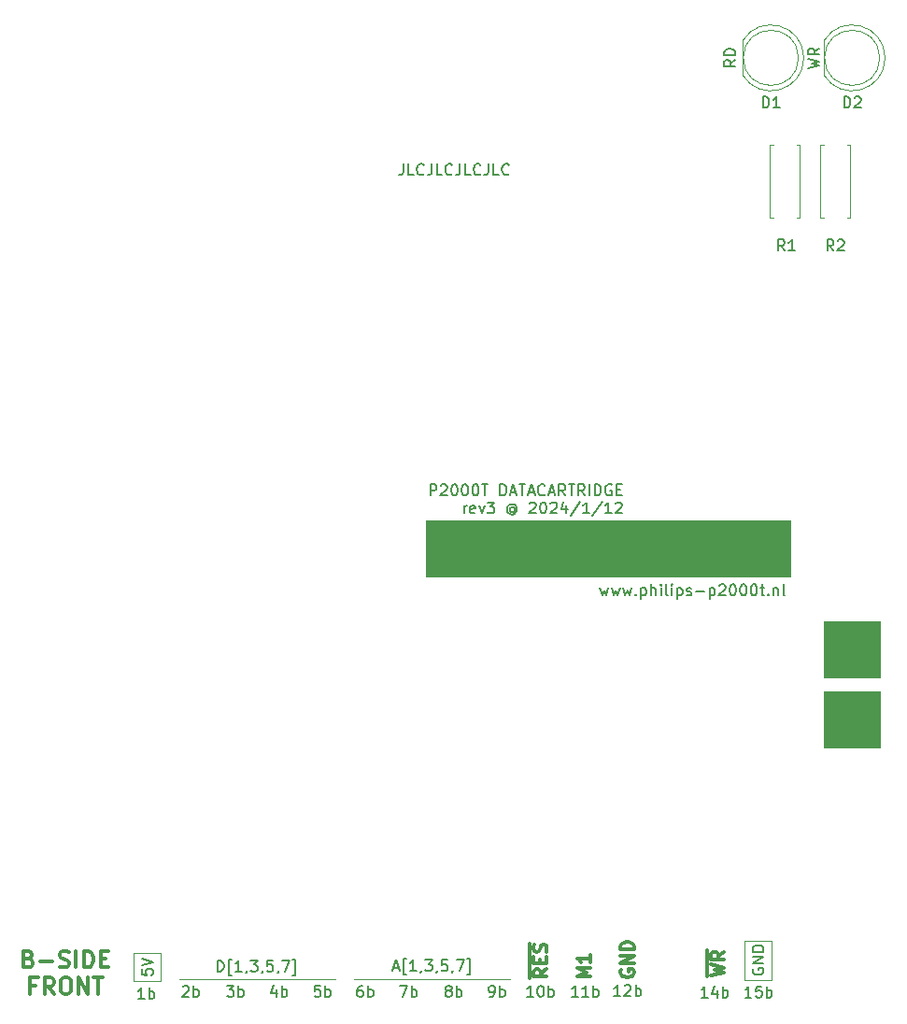
<source format=gbr>
%TF.GenerationSoftware,KiCad,Pcbnew,7.0.10*%
%TF.CreationDate,2024-01-13T07:31:48+01:00*%
%TF.ProjectId,p2000t-slot2-datacartridge,70323030-3074-42d7-936c-6f74322d6461,rev?*%
%TF.SameCoordinates,Original*%
%TF.FileFunction,Legend,Top*%
%TF.FilePolarity,Positive*%
%FSLAX46Y46*%
G04 Gerber Fmt 4.6, Leading zero omitted, Abs format (unit mm)*
G04 Created by KiCad (PCBNEW 7.0.10) date 2024-01-13 07:31:48*
%MOMM*%
%LPD*%
G01*
G04 APERTURE LIST*
%ADD10C,0.120000*%
%ADD11C,0.150000*%
%ADD12C,0.300000*%
%ADD13C,0.200000*%
G04 APERTURE END LIST*
D10*
X112291100Y-137134600D02*
X109878100Y-137134600D01*
X112291100Y-140690600D02*
X112291100Y-137134600D01*
X109878100Y-140690600D02*
X112291100Y-140690600D01*
X54518800Y-138277600D02*
X54518800Y-140817600D01*
X109878100Y-137134600D02*
X109878100Y-140690600D01*
X74483200Y-140639800D02*
X88582500Y-140639800D01*
X54518800Y-140817600D02*
X56931800Y-140817600D01*
X56931800Y-138277600D02*
X54518800Y-138277600D01*
X56931800Y-140817600D02*
X56931800Y-138277600D01*
X58671700Y-140627100D02*
X72768700Y-140627100D01*
X81026000Y-99060000D02*
X114046000Y-99060000D01*
X114046000Y-104140000D01*
X81026000Y-104140000D01*
X81026000Y-99060000D01*
G36*
X81026000Y-99060000D02*
G01*
X114046000Y-99060000D01*
X114046000Y-104140000D01*
X81026000Y-104140000D01*
X81026000Y-99060000D01*
G37*
X117094000Y-108204000D02*
X122174000Y-108204000D01*
X122174000Y-113284000D01*
X117094000Y-113284000D01*
X117094000Y-108204000D01*
G36*
X117094000Y-108204000D02*
G01*
X122174000Y-108204000D01*
X122174000Y-113284000D01*
X117094000Y-113284000D01*
X117094000Y-108204000D01*
G37*
X117094000Y-114554000D02*
X122174000Y-114554000D01*
X122174000Y-119634000D01*
X117094000Y-119634000D01*
X117094000Y-114554000D01*
G36*
X117094000Y-114554000D02*
G01*
X122174000Y-114554000D01*
X122174000Y-119634000D01*
X117094000Y-119634000D01*
X117094000Y-114554000D01*
G37*
D11*
X110505242Y-142288419D02*
X109933814Y-142288419D01*
X110219528Y-142288419D02*
X110219528Y-141288419D01*
X110219528Y-141288419D02*
X110124290Y-141431276D01*
X110124290Y-141431276D02*
X110029052Y-141526514D01*
X110029052Y-141526514D02*
X109933814Y-141574133D01*
X111410004Y-141288419D02*
X110933814Y-141288419D01*
X110933814Y-141288419D02*
X110886195Y-141764609D01*
X110886195Y-141764609D02*
X110933814Y-141716990D01*
X110933814Y-141716990D02*
X111029052Y-141669371D01*
X111029052Y-141669371D02*
X111267147Y-141669371D01*
X111267147Y-141669371D02*
X111362385Y-141716990D01*
X111362385Y-141716990D02*
X111410004Y-141764609D01*
X111410004Y-141764609D02*
X111457623Y-141859847D01*
X111457623Y-141859847D02*
X111457623Y-142097942D01*
X111457623Y-142097942D02*
X111410004Y-142193180D01*
X111410004Y-142193180D02*
X111362385Y-142240800D01*
X111362385Y-142240800D02*
X111267147Y-142288419D01*
X111267147Y-142288419D02*
X111029052Y-142288419D01*
X111029052Y-142288419D02*
X110933814Y-142240800D01*
X110933814Y-142240800D02*
X110886195Y-142193180D01*
X111886195Y-142288419D02*
X111886195Y-141288419D01*
X111886195Y-141669371D02*
X111981433Y-141621752D01*
X111981433Y-141621752D02*
X112171909Y-141621752D01*
X112171909Y-141621752D02*
X112267147Y-141669371D01*
X112267147Y-141669371D02*
X112314766Y-141716990D01*
X112314766Y-141716990D02*
X112362385Y-141812228D01*
X112362385Y-141812228D02*
X112362385Y-142097942D01*
X112362385Y-142097942D02*
X112314766Y-142193180D01*
X112314766Y-142193180D02*
X112267147Y-142240800D01*
X112267147Y-142240800D02*
X112171909Y-142288419D01*
X112171909Y-142288419D02*
X111981433Y-142288419D01*
X111981433Y-142288419D02*
X111886195Y-142240800D01*
X82952581Y-141666190D02*
X82857343Y-141618571D01*
X82857343Y-141618571D02*
X82809724Y-141570952D01*
X82809724Y-141570952D02*
X82762105Y-141475714D01*
X82762105Y-141475714D02*
X82762105Y-141428095D01*
X82762105Y-141428095D02*
X82809724Y-141332857D01*
X82809724Y-141332857D02*
X82857343Y-141285238D01*
X82857343Y-141285238D02*
X82952581Y-141237619D01*
X82952581Y-141237619D02*
X83143057Y-141237619D01*
X83143057Y-141237619D02*
X83238295Y-141285238D01*
X83238295Y-141285238D02*
X83285914Y-141332857D01*
X83285914Y-141332857D02*
X83333533Y-141428095D01*
X83333533Y-141428095D02*
X83333533Y-141475714D01*
X83333533Y-141475714D02*
X83285914Y-141570952D01*
X83285914Y-141570952D02*
X83238295Y-141618571D01*
X83238295Y-141618571D02*
X83143057Y-141666190D01*
X83143057Y-141666190D02*
X82952581Y-141666190D01*
X82952581Y-141666190D02*
X82857343Y-141713809D01*
X82857343Y-141713809D02*
X82809724Y-141761428D01*
X82809724Y-141761428D02*
X82762105Y-141856666D01*
X82762105Y-141856666D02*
X82762105Y-142047142D01*
X82762105Y-142047142D02*
X82809724Y-142142380D01*
X82809724Y-142142380D02*
X82857343Y-142190000D01*
X82857343Y-142190000D02*
X82952581Y-142237619D01*
X82952581Y-142237619D02*
X83143057Y-142237619D01*
X83143057Y-142237619D02*
X83238295Y-142190000D01*
X83238295Y-142190000D02*
X83285914Y-142142380D01*
X83285914Y-142142380D02*
X83333533Y-142047142D01*
X83333533Y-142047142D02*
X83333533Y-141856666D01*
X83333533Y-141856666D02*
X83285914Y-141761428D01*
X83285914Y-141761428D02*
X83238295Y-141713809D01*
X83238295Y-141713809D02*
X83143057Y-141666190D01*
X83762105Y-142237619D02*
X83762105Y-141237619D01*
X83762105Y-141618571D02*
X83857343Y-141570952D01*
X83857343Y-141570952D02*
X84047819Y-141570952D01*
X84047819Y-141570952D02*
X84143057Y-141618571D01*
X84143057Y-141618571D02*
X84190676Y-141666190D01*
X84190676Y-141666190D02*
X84238295Y-141761428D01*
X84238295Y-141761428D02*
X84238295Y-142047142D01*
X84238295Y-142047142D02*
X84190676Y-142142380D01*
X84190676Y-142142380D02*
X84143057Y-142190000D01*
X84143057Y-142190000D02*
X84047819Y-142237619D01*
X84047819Y-142237619D02*
X83857343Y-142237619D01*
X83857343Y-142237619D02*
X83762105Y-142190000D01*
X75237295Y-141237619D02*
X75046819Y-141237619D01*
X75046819Y-141237619D02*
X74951581Y-141285238D01*
X74951581Y-141285238D02*
X74903962Y-141332857D01*
X74903962Y-141332857D02*
X74808724Y-141475714D01*
X74808724Y-141475714D02*
X74761105Y-141666190D01*
X74761105Y-141666190D02*
X74761105Y-142047142D01*
X74761105Y-142047142D02*
X74808724Y-142142380D01*
X74808724Y-142142380D02*
X74856343Y-142190000D01*
X74856343Y-142190000D02*
X74951581Y-142237619D01*
X74951581Y-142237619D02*
X75142057Y-142237619D01*
X75142057Y-142237619D02*
X75237295Y-142190000D01*
X75237295Y-142190000D02*
X75284914Y-142142380D01*
X75284914Y-142142380D02*
X75332533Y-142047142D01*
X75332533Y-142047142D02*
X75332533Y-141809047D01*
X75332533Y-141809047D02*
X75284914Y-141713809D01*
X75284914Y-141713809D02*
X75237295Y-141666190D01*
X75237295Y-141666190D02*
X75142057Y-141618571D01*
X75142057Y-141618571D02*
X74951581Y-141618571D01*
X74951581Y-141618571D02*
X74856343Y-141666190D01*
X74856343Y-141666190D02*
X74808724Y-141713809D01*
X74808724Y-141713809D02*
X74761105Y-141809047D01*
X75761105Y-142237619D02*
X75761105Y-141237619D01*
X75761105Y-141618571D02*
X75856343Y-141570952D01*
X75856343Y-141570952D02*
X76046819Y-141570952D01*
X76046819Y-141570952D02*
X76142057Y-141618571D01*
X76142057Y-141618571D02*
X76189676Y-141666190D01*
X76189676Y-141666190D02*
X76237295Y-141761428D01*
X76237295Y-141761428D02*
X76237295Y-142047142D01*
X76237295Y-142047142D02*
X76189676Y-142142380D01*
X76189676Y-142142380D02*
X76142057Y-142190000D01*
X76142057Y-142190000D02*
X76046819Y-142237619D01*
X76046819Y-142237619D02*
X75856343Y-142237619D01*
X75856343Y-142237619D02*
X75761105Y-142190000D01*
X78650486Y-141237619D02*
X79317152Y-141237619D01*
X79317152Y-141237619D02*
X78888581Y-142237619D01*
X79698105Y-142237619D02*
X79698105Y-141237619D01*
X79698105Y-141618571D02*
X79793343Y-141570952D01*
X79793343Y-141570952D02*
X79983819Y-141570952D01*
X79983819Y-141570952D02*
X80079057Y-141618571D01*
X80079057Y-141618571D02*
X80126676Y-141666190D01*
X80126676Y-141666190D02*
X80174295Y-141761428D01*
X80174295Y-141761428D02*
X80174295Y-142047142D01*
X80174295Y-142047142D02*
X80126676Y-142142380D01*
X80126676Y-142142380D02*
X80079057Y-142190000D01*
X80079057Y-142190000D02*
X79983819Y-142237619D01*
X79983819Y-142237619D02*
X79793343Y-142237619D01*
X79793343Y-142237619D02*
X79698105Y-142190000D01*
X55495133Y-142415419D02*
X54923705Y-142415419D01*
X55209419Y-142415419D02*
X55209419Y-141415419D01*
X55209419Y-141415419D02*
X55114181Y-141558276D01*
X55114181Y-141558276D02*
X55018943Y-141653514D01*
X55018943Y-141653514D02*
X54923705Y-141701133D01*
X55923705Y-142415419D02*
X55923705Y-141415419D01*
X55923705Y-141796371D02*
X56018943Y-141748752D01*
X56018943Y-141748752D02*
X56209419Y-141748752D01*
X56209419Y-141748752D02*
X56304657Y-141796371D01*
X56304657Y-141796371D02*
X56352276Y-141843990D01*
X56352276Y-141843990D02*
X56399895Y-141939228D01*
X56399895Y-141939228D02*
X56399895Y-142224942D01*
X56399895Y-142224942D02*
X56352276Y-142320180D01*
X56352276Y-142320180D02*
X56304657Y-142367800D01*
X56304657Y-142367800D02*
X56209419Y-142415419D01*
X56209419Y-142415419D02*
X56018943Y-142415419D01*
X56018943Y-142415419D02*
X55923705Y-142367800D01*
X90731342Y-142237619D02*
X90159914Y-142237619D01*
X90445628Y-142237619D02*
X90445628Y-141237619D01*
X90445628Y-141237619D02*
X90350390Y-141380476D01*
X90350390Y-141380476D02*
X90255152Y-141475714D01*
X90255152Y-141475714D02*
X90159914Y-141523333D01*
X91350390Y-141237619D02*
X91445628Y-141237619D01*
X91445628Y-141237619D02*
X91540866Y-141285238D01*
X91540866Y-141285238D02*
X91588485Y-141332857D01*
X91588485Y-141332857D02*
X91636104Y-141428095D01*
X91636104Y-141428095D02*
X91683723Y-141618571D01*
X91683723Y-141618571D02*
X91683723Y-141856666D01*
X91683723Y-141856666D02*
X91636104Y-142047142D01*
X91636104Y-142047142D02*
X91588485Y-142142380D01*
X91588485Y-142142380D02*
X91540866Y-142190000D01*
X91540866Y-142190000D02*
X91445628Y-142237619D01*
X91445628Y-142237619D02*
X91350390Y-142237619D01*
X91350390Y-142237619D02*
X91255152Y-142190000D01*
X91255152Y-142190000D02*
X91207533Y-142142380D01*
X91207533Y-142142380D02*
X91159914Y-142047142D01*
X91159914Y-142047142D02*
X91112295Y-141856666D01*
X91112295Y-141856666D02*
X91112295Y-141618571D01*
X91112295Y-141618571D02*
X91159914Y-141428095D01*
X91159914Y-141428095D02*
X91207533Y-141332857D01*
X91207533Y-141332857D02*
X91255152Y-141285238D01*
X91255152Y-141285238D02*
X91350390Y-141237619D01*
X92112295Y-142237619D02*
X92112295Y-141237619D01*
X92112295Y-141618571D02*
X92207533Y-141570952D01*
X92207533Y-141570952D02*
X92398009Y-141570952D01*
X92398009Y-141570952D02*
X92493247Y-141618571D01*
X92493247Y-141618571D02*
X92540866Y-141666190D01*
X92540866Y-141666190D02*
X92588485Y-141761428D01*
X92588485Y-141761428D02*
X92588485Y-142047142D01*
X92588485Y-142047142D02*
X92540866Y-142142380D01*
X92540866Y-142142380D02*
X92493247Y-142190000D01*
X92493247Y-142190000D02*
X92398009Y-142237619D01*
X92398009Y-142237619D02*
X92207533Y-142237619D01*
X92207533Y-142237619D02*
X92112295Y-142190000D01*
X71411414Y-141224919D02*
X70935224Y-141224919D01*
X70935224Y-141224919D02*
X70887605Y-141701109D01*
X70887605Y-141701109D02*
X70935224Y-141653490D01*
X70935224Y-141653490D02*
X71030462Y-141605871D01*
X71030462Y-141605871D02*
X71268557Y-141605871D01*
X71268557Y-141605871D02*
X71363795Y-141653490D01*
X71363795Y-141653490D02*
X71411414Y-141701109D01*
X71411414Y-141701109D02*
X71459033Y-141796347D01*
X71459033Y-141796347D02*
X71459033Y-142034442D01*
X71459033Y-142034442D02*
X71411414Y-142129680D01*
X71411414Y-142129680D02*
X71363795Y-142177300D01*
X71363795Y-142177300D02*
X71268557Y-142224919D01*
X71268557Y-142224919D02*
X71030462Y-142224919D01*
X71030462Y-142224919D02*
X70935224Y-142177300D01*
X70935224Y-142177300D02*
X70887605Y-142129680D01*
X71887605Y-142224919D02*
X71887605Y-141224919D01*
X71887605Y-141605871D02*
X71982843Y-141558252D01*
X71982843Y-141558252D02*
X72173319Y-141558252D01*
X72173319Y-141558252D02*
X72268557Y-141605871D01*
X72268557Y-141605871D02*
X72316176Y-141653490D01*
X72316176Y-141653490D02*
X72363795Y-141748728D01*
X72363795Y-141748728D02*
X72363795Y-142034442D01*
X72363795Y-142034442D02*
X72316176Y-142129680D01*
X72316176Y-142129680D02*
X72268557Y-142177300D01*
X72268557Y-142177300D02*
X72173319Y-142224919D01*
X72173319Y-142224919D02*
X71982843Y-142224919D01*
X71982843Y-142224919D02*
X71887605Y-142177300D01*
X62109081Y-139938919D02*
X62109081Y-138938919D01*
X62109081Y-138938919D02*
X62347176Y-138938919D01*
X62347176Y-138938919D02*
X62490033Y-138986538D01*
X62490033Y-138986538D02*
X62585271Y-139081776D01*
X62585271Y-139081776D02*
X62632890Y-139177014D01*
X62632890Y-139177014D02*
X62680509Y-139367490D01*
X62680509Y-139367490D02*
X62680509Y-139510347D01*
X62680509Y-139510347D02*
X62632890Y-139700823D01*
X62632890Y-139700823D02*
X62585271Y-139796061D01*
X62585271Y-139796061D02*
X62490033Y-139891300D01*
X62490033Y-139891300D02*
X62347176Y-139938919D01*
X62347176Y-139938919D02*
X62109081Y-139938919D01*
X63394795Y-140272252D02*
X63156700Y-140272252D01*
X63156700Y-140272252D02*
X63156700Y-138843680D01*
X63156700Y-138843680D02*
X63394795Y-138843680D01*
X64299557Y-139938919D02*
X63728129Y-139938919D01*
X64013843Y-139938919D02*
X64013843Y-138938919D01*
X64013843Y-138938919D02*
X63918605Y-139081776D01*
X63918605Y-139081776D02*
X63823367Y-139177014D01*
X63823367Y-139177014D02*
X63728129Y-139224633D01*
X64775748Y-139891300D02*
X64775748Y-139938919D01*
X64775748Y-139938919D02*
X64728129Y-140034157D01*
X64728129Y-140034157D02*
X64680510Y-140081776D01*
X65109081Y-138938919D02*
X65728128Y-138938919D01*
X65728128Y-138938919D02*
X65394795Y-139319871D01*
X65394795Y-139319871D02*
X65537652Y-139319871D01*
X65537652Y-139319871D02*
X65632890Y-139367490D01*
X65632890Y-139367490D02*
X65680509Y-139415109D01*
X65680509Y-139415109D02*
X65728128Y-139510347D01*
X65728128Y-139510347D02*
X65728128Y-139748442D01*
X65728128Y-139748442D02*
X65680509Y-139843680D01*
X65680509Y-139843680D02*
X65632890Y-139891300D01*
X65632890Y-139891300D02*
X65537652Y-139938919D01*
X65537652Y-139938919D02*
X65251938Y-139938919D01*
X65251938Y-139938919D02*
X65156700Y-139891300D01*
X65156700Y-139891300D02*
X65109081Y-139843680D01*
X66204319Y-139891300D02*
X66204319Y-139938919D01*
X66204319Y-139938919D02*
X66156700Y-140034157D01*
X66156700Y-140034157D02*
X66109081Y-140081776D01*
X67109080Y-138938919D02*
X66632890Y-138938919D01*
X66632890Y-138938919D02*
X66585271Y-139415109D01*
X66585271Y-139415109D02*
X66632890Y-139367490D01*
X66632890Y-139367490D02*
X66728128Y-139319871D01*
X66728128Y-139319871D02*
X66966223Y-139319871D01*
X66966223Y-139319871D02*
X67061461Y-139367490D01*
X67061461Y-139367490D02*
X67109080Y-139415109D01*
X67109080Y-139415109D02*
X67156699Y-139510347D01*
X67156699Y-139510347D02*
X67156699Y-139748442D01*
X67156699Y-139748442D02*
X67109080Y-139843680D01*
X67109080Y-139843680D02*
X67061461Y-139891300D01*
X67061461Y-139891300D02*
X66966223Y-139938919D01*
X66966223Y-139938919D02*
X66728128Y-139938919D01*
X66728128Y-139938919D02*
X66632890Y-139891300D01*
X66632890Y-139891300D02*
X66585271Y-139843680D01*
X67632890Y-139891300D02*
X67632890Y-139938919D01*
X67632890Y-139938919D02*
X67585271Y-140034157D01*
X67585271Y-140034157D02*
X67537652Y-140081776D01*
X67966223Y-138938919D02*
X68632889Y-138938919D01*
X68632889Y-138938919D02*
X68204318Y-139938919D01*
X68918604Y-140272252D02*
X69156699Y-140272252D01*
X69156699Y-140272252D02*
X69156699Y-138843680D01*
X69156699Y-138843680D02*
X68918604Y-138843680D01*
X55243619Y-139738076D02*
X55243619Y-140214266D01*
X55243619Y-140214266D02*
X55719809Y-140261885D01*
X55719809Y-140261885D02*
X55672190Y-140214266D01*
X55672190Y-140214266D02*
X55624571Y-140119028D01*
X55624571Y-140119028D02*
X55624571Y-139880933D01*
X55624571Y-139880933D02*
X55672190Y-139785695D01*
X55672190Y-139785695D02*
X55719809Y-139738076D01*
X55719809Y-139738076D02*
X55815047Y-139690457D01*
X55815047Y-139690457D02*
X56053142Y-139690457D01*
X56053142Y-139690457D02*
X56148380Y-139738076D01*
X56148380Y-139738076D02*
X56196000Y-139785695D01*
X56196000Y-139785695D02*
X56243619Y-139880933D01*
X56243619Y-139880933D02*
X56243619Y-140119028D01*
X56243619Y-140119028D02*
X56196000Y-140214266D01*
X56196000Y-140214266D02*
X56148380Y-140261885D01*
X55243619Y-139404742D02*
X56243619Y-139071409D01*
X56243619Y-139071409D02*
X55243619Y-138738076D01*
X78033291Y-139615104D02*
X78509481Y-139615104D01*
X77938053Y-139900819D02*
X78271386Y-138900819D01*
X78271386Y-138900819D02*
X78604719Y-139900819D01*
X79223767Y-140234152D02*
X78985672Y-140234152D01*
X78985672Y-140234152D02*
X78985672Y-138805580D01*
X78985672Y-138805580D02*
X79223767Y-138805580D01*
X80128529Y-139900819D02*
X79557101Y-139900819D01*
X79842815Y-139900819D02*
X79842815Y-138900819D01*
X79842815Y-138900819D02*
X79747577Y-139043676D01*
X79747577Y-139043676D02*
X79652339Y-139138914D01*
X79652339Y-139138914D02*
X79557101Y-139186533D01*
X80604720Y-139853200D02*
X80604720Y-139900819D01*
X80604720Y-139900819D02*
X80557101Y-139996057D01*
X80557101Y-139996057D02*
X80509482Y-140043676D01*
X80938053Y-138900819D02*
X81557100Y-138900819D01*
X81557100Y-138900819D02*
X81223767Y-139281771D01*
X81223767Y-139281771D02*
X81366624Y-139281771D01*
X81366624Y-139281771D02*
X81461862Y-139329390D01*
X81461862Y-139329390D02*
X81509481Y-139377009D01*
X81509481Y-139377009D02*
X81557100Y-139472247D01*
X81557100Y-139472247D02*
X81557100Y-139710342D01*
X81557100Y-139710342D02*
X81509481Y-139805580D01*
X81509481Y-139805580D02*
X81461862Y-139853200D01*
X81461862Y-139853200D02*
X81366624Y-139900819D01*
X81366624Y-139900819D02*
X81080910Y-139900819D01*
X81080910Y-139900819D02*
X80985672Y-139853200D01*
X80985672Y-139853200D02*
X80938053Y-139805580D01*
X82033291Y-139853200D02*
X82033291Y-139900819D01*
X82033291Y-139900819D02*
X81985672Y-139996057D01*
X81985672Y-139996057D02*
X81938053Y-140043676D01*
X82938052Y-138900819D02*
X82461862Y-138900819D01*
X82461862Y-138900819D02*
X82414243Y-139377009D01*
X82414243Y-139377009D02*
X82461862Y-139329390D01*
X82461862Y-139329390D02*
X82557100Y-139281771D01*
X82557100Y-139281771D02*
X82795195Y-139281771D01*
X82795195Y-139281771D02*
X82890433Y-139329390D01*
X82890433Y-139329390D02*
X82938052Y-139377009D01*
X82938052Y-139377009D02*
X82985671Y-139472247D01*
X82985671Y-139472247D02*
X82985671Y-139710342D01*
X82985671Y-139710342D02*
X82938052Y-139805580D01*
X82938052Y-139805580D02*
X82890433Y-139853200D01*
X82890433Y-139853200D02*
X82795195Y-139900819D01*
X82795195Y-139900819D02*
X82557100Y-139900819D01*
X82557100Y-139900819D02*
X82461862Y-139853200D01*
X82461862Y-139853200D02*
X82414243Y-139805580D01*
X83461862Y-139853200D02*
X83461862Y-139900819D01*
X83461862Y-139900819D02*
X83414243Y-139996057D01*
X83414243Y-139996057D02*
X83366624Y-140043676D01*
X83795195Y-138900819D02*
X84461861Y-138900819D01*
X84461861Y-138900819D02*
X84033290Y-139900819D01*
X84747576Y-140234152D02*
X84985671Y-140234152D01*
X84985671Y-140234152D02*
X84985671Y-138805580D01*
X84985671Y-138805580D02*
X84747576Y-138805580D01*
X110650538Y-139674504D02*
X110602919Y-139769742D01*
X110602919Y-139769742D02*
X110602919Y-139912599D01*
X110602919Y-139912599D02*
X110650538Y-140055456D01*
X110650538Y-140055456D02*
X110745776Y-140150694D01*
X110745776Y-140150694D02*
X110841014Y-140198313D01*
X110841014Y-140198313D02*
X111031490Y-140245932D01*
X111031490Y-140245932D02*
X111174347Y-140245932D01*
X111174347Y-140245932D02*
X111364823Y-140198313D01*
X111364823Y-140198313D02*
X111460061Y-140150694D01*
X111460061Y-140150694D02*
X111555300Y-140055456D01*
X111555300Y-140055456D02*
X111602919Y-139912599D01*
X111602919Y-139912599D02*
X111602919Y-139817361D01*
X111602919Y-139817361D02*
X111555300Y-139674504D01*
X111555300Y-139674504D02*
X111507680Y-139626885D01*
X111507680Y-139626885D02*
X111174347Y-139626885D01*
X111174347Y-139626885D02*
X111174347Y-139817361D01*
X111602919Y-139198313D02*
X110602919Y-139198313D01*
X110602919Y-139198313D02*
X111602919Y-138626885D01*
X111602919Y-138626885D02*
X110602919Y-138626885D01*
X111602919Y-138150694D02*
X110602919Y-138150694D01*
X110602919Y-138150694D02*
X110602919Y-137912599D01*
X110602919Y-137912599D02*
X110650538Y-137769742D01*
X110650538Y-137769742D02*
X110745776Y-137674504D01*
X110745776Y-137674504D02*
X110841014Y-137626885D01*
X110841014Y-137626885D02*
X111031490Y-137579266D01*
X111031490Y-137579266D02*
X111174347Y-137579266D01*
X111174347Y-137579266D02*
X111364823Y-137626885D01*
X111364823Y-137626885D02*
X111460061Y-137674504D01*
X111460061Y-137674504D02*
X111555300Y-137769742D01*
X111555300Y-137769742D02*
X111602919Y-137912599D01*
X111602919Y-137912599D02*
X111602919Y-138150694D01*
X58949605Y-141320157D02*
X58997224Y-141272538D01*
X58997224Y-141272538D02*
X59092462Y-141224919D01*
X59092462Y-141224919D02*
X59330557Y-141224919D01*
X59330557Y-141224919D02*
X59425795Y-141272538D01*
X59425795Y-141272538D02*
X59473414Y-141320157D01*
X59473414Y-141320157D02*
X59521033Y-141415395D01*
X59521033Y-141415395D02*
X59521033Y-141510633D01*
X59521033Y-141510633D02*
X59473414Y-141653490D01*
X59473414Y-141653490D02*
X58901986Y-142224919D01*
X58901986Y-142224919D02*
X59521033Y-142224919D01*
X59949605Y-142224919D02*
X59949605Y-141224919D01*
X59949605Y-141605871D02*
X60044843Y-141558252D01*
X60044843Y-141558252D02*
X60235319Y-141558252D01*
X60235319Y-141558252D02*
X60330557Y-141605871D01*
X60330557Y-141605871D02*
X60378176Y-141653490D01*
X60378176Y-141653490D02*
X60425795Y-141748728D01*
X60425795Y-141748728D02*
X60425795Y-142034442D01*
X60425795Y-142034442D02*
X60378176Y-142129680D01*
X60378176Y-142129680D02*
X60330557Y-142177300D01*
X60330557Y-142177300D02*
X60235319Y-142224919D01*
X60235319Y-142224919D02*
X60044843Y-142224919D01*
X60044843Y-142224919D02*
X59949605Y-142177300D01*
X67426795Y-141558252D02*
X67426795Y-142224919D01*
X67188700Y-141177300D02*
X66950605Y-141891585D01*
X66950605Y-141891585D02*
X67569652Y-141891585D01*
X67950605Y-142224919D02*
X67950605Y-141224919D01*
X67950605Y-141605871D02*
X68045843Y-141558252D01*
X68045843Y-141558252D02*
X68236319Y-141558252D01*
X68236319Y-141558252D02*
X68331557Y-141605871D01*
X68331557Y-141605871D02*
X68379176Y-141653490D01*
X68379176Y-141653490D02*
X68426795Y-141748728D01*
X68426795Y-141748728D02*
X68426795Y-142034442D01*
X68426795Y-142034442D02*
X68379176Y-142129680D01*
X68379176Y-142129680D02*
X68331557Y-142177300D01*
X68331557Y-142177300D02*
X68236319Y-142224919D01*
X68236319Y-142224919D02*
X68045843Y-142224919D01*
X68045843Y-142224919D02*
X67950605Y-142177300D01*
X94795342Y-142237619D02*
X94223914Y-142237619D01*
X94509628Y-142237619D02*
X94509628Y-141237619D01*
X94509628Y-141237619D02*
X94414390Y-141380476D01*
X94414390Y-141380476D02*
X94319152Y-141475714D01*
X94319152Y-141475714D02*
X94223914Y-141523333D01*
X95747723Y-142237619D02*
X95176295Y-142237619D01*
X95462009Y-142237619D02*
X95462009Y-141237619D01*
X95462009Y-141237619D02*
X95366771Y-141380476D01*
X95366771Y-141380476D02*
X95271533Y-141475714D01*
X95271533Y-141475714D02*
X95176295Y-141523333D01*
X96176295Y-142237619D02*
X96176295Y-141237619D01*
X96176295Y-141618571D02*
X96271533Y-141570952D01*
X96271533Y-141570952D02*
X96462009Y-141570952D01*
X96462009Y-141570952D02*
X96557247Y-141618571D01*
X96557247Y-141618571D02*
X96604866Y-141666190D01*
X96604866Y-141666190D02*
X96652485Y-141761428D01*
X96652485Y-141761428D02*
X96652485Y-142047142D01*
X96652485Y-142047142D02*
X96604866Y-142142380D01*
X96604866Y-142142380D02*
X96557247Y-142190000D01*
X96557247Y-142190000D02*
X96462009Y-142237619D01*
X96462009Y-142237619D02*
X96271533Y-142237619D01*
X96271533Y-142237619D02*
X96176295Y-142190000D01*
X86794343Y-142237619D02*
X86984819Y-142237619D01*
X86984819Y-142237619D02*
X87080057Y-142190000D01*
X87080057Y-142190000D02*
X87127676Y-142142380D01*
X87127676Y-142142380D02*
X87222914Y-141999523D01*
X87222914Y-141999523D02*
X87270533Y-141809047D01*
X87270533Y-141809047D02*
X87270533Y-141428095D01*
X87270533Y-141428095D02*
X87222914Y-141332857D01*
X87222914Y-141332857D02*
X87175295Y-141285238D01*
X87175295Y-141285238D02*
X87080057Y-141237619D01*
X87080057Y-141237619D02*
X86889581Y-141237619D01*
X86889581Y-141237619D02*
X86794343Y-141285238D01*
X86794343Y-141285238D02*
X86746724Y-141332857D01*
X86746724Y-141332857D02*
X86699105Y-141428095D01*
X86699105Y-141428095D02*
X86699105Y-141666190D01*
X86699105Y-141666190D02*
X86746724Y-141761428D01*
X86746724Y-141761428D02*
X86794343Y-141809047D01*
X86794343Y-141809047D02*
X86889581Y-141856666D01*
X86889581Y-141856666D02*
X87080057Y-141856666D01*
X87080057Y-141856666D02*
X87175295Y-141809047D01*
X87175295Y-141809047D02*
X87222914Y-141761428D01*
X87222914Y-141761428D02*
X87270533Y-141666190D01*
X87699105Y-142237619D02*
X87699105Y-141237619D01*
X87699105Y-141618571D02*
X87794343Y-141570952D01*
X87794343Y-141570952D02*
X87984819Y-141570952D01*
X87984819Y-141570952D02*
X88080057Y-141618571D01*
X88080057Y-141618571D02*
X88127676Y-141666190D01*
X88127676Y-141666190D02*
X88175295Y-141761428D01*
X88175295Y-141761428D02*
X88175295Y-142047142D01*
X88175295Y-142047142D02*
X88127676Y-142142380D01*
X88127676Y-142142380D02*
X88080057Y-142190000D01*
X88080057Y-142190000D02*
X87984819Y-142237619D01*
X87984819Y-142237619D02*
X87794343Y-142237619D01*
X87794343Y-142237619D02*
X87699105Y-142190000D01*
X98630742Y-142161419D02*
X98059314Y-142161419D01*
X98345028Y-142161419D02*
X98345028Y-141161419D01*
X98345028Y-141161419D02*
X98249790Y-141304276D01*
X98249790Y-141304276D02*
X98154552Y-141399514D01*
X98154552Y-141399514D02*
X98059314Y-141447133D01*
X99011695Y-141256657D02*
X99059314Y-141209038D01*
X99059314Y-141209038D02*
X99154552Y-141161419D01*
X99154552Y-141161419D02*
X99392647Y-141161419D01*
X99392647Y-141161419D02*
X99487885Y-141209038D01*
X99487885Y-141209038D02*
X99535504Y-141256657D01*
X99535504Y-141256657D02*
X99583123Y-141351895D01*
X99583123Y-141351895D02*
X99583123Y-141447133D01*
X99583123Y-141447133D02*
X99535504Y-141589990D01*
X99535504Y-141589990D02*
X98964076Y-142161419D01*
X98964076Y-142161419D02*
X99583123Y-142161419D01*
X100011695Y-142161419D02*
X100011695Y-141161419D01*
X100011695Y-141542371D02*
X100106933Y-141494752D01*
X100106933Y-141494752D02*
X100297409Y-141494752D01*
X100297409Y-141494752D02*
X100392647Y-141542371D01*
X100392647Y-141542371D02*
X100440266Y-141589990D01*
X100440266Y-141589990D02*
X100487885Y-141685228D01*
X100487885Y-141685228D02*
X100487885Y-141970942D01*
X100487885Y-141970942D02*
X100440266Y-142066180D01*
X100440266Y-142066180D02*
X100392647Y-142113800D01*
X100392647Y-142113800D02*
X100297409Y-142161419D01*
X100297409Y-142161419D02*
X100106933Y-142161419D01*
X100106933Y-142161419D02*
X100011695Y-142113800D01*
X62965986Y-141224919D02*
X63585033Y-141224919D01*
X63585033Y-141224919D02*
X63251700Y-141605871D01*
X63251700Y-141605871D02*
X63394557Y-141605871D01*
X63394557Y-141605871D02*
X63489795Y-141653490D01*
X63489795Y-141653490D02*
X63537414Y-141701109D01*
X63537414Y-141701109D02*
X63585033Y-141796347D01*
X63585033Y-141796347D02*
X63585033Y-142034442D01*
X63585033Y-142034442D02*
X63537414Y-142129680D01*
X63537414Y-142129680D02*
X63489795Y-142177300D01*
X63489795Y-142177300D02*
X63394557Y-142224919D01*
X63394557Y-142224919D02*
X63108843Y-142224919D01*
X63108843Y-142224919D02*
X63013605Y-142177300D01*
X63013605Y-142177300D02*
X62965986Y-142129680D01*
X64013605Y-142224919D02*
X64013605Y-141224919D01*
X64013605Y-141605871D02*
X64108843Y-141558252D01*
X64108843Y-141558252D02*
X64299319Y-141558252D01*
X64299319Y-141558252D02*
X64394557Y-141605871D01*
X64394557Y-141605871D02*
X64442176Y-141653490D01*
X64442176Y-141653490D02*
X64489795Y-141748728D01*
X64489795Y-141748728D02*
X64489795Y-142034442D01*
X64489795Y-142034442D02*
X64442176Y-142129680D01*
X64442176Y-142129680D02*
X64394557Y-142177300D01*
X64394557Y-142177300D02*
X64299319Y-142224919D01*
X64299319Y-142224919D02*
X64108843Y-142224919D01*
X64108843Y-142224919D02*
X64013605Y-142177300D01*
D12*
X98708385Y-139788785D02*
X98651242Y-139903071D01*
X98651242Y-139903071D02*
X98651242Y-140074499D01*
X98651242Y-140074499D02*
X98708385Y-140245928D01*
X98708385Y-140245928D02*
X98822671Y-140360213D01*
X98822671Y-140360213D02*
X98936957Y-140417356D01*
X98936957Y-140417356D02*
X99165528Y-140474499D01*
X99165528Y-140474499D02*
X99336957Y-140474499D01*
X99336957Y-140474499D02*
X99565528Y-140417356D01*
X99565528Y-140417356D02*
X99679814Y-140360213D01*
X99679814Y-140360213D02*
X99794100Y-140245928D01*
X99794100Y-140245928D02*
X99851242Y-140074499D01*
X99851242Y-140074499D02*
X99851242Y-139960213D01*
X99851242Y-139960213D02*
X99794100Y-139788785D01*
X99794100Y-139788785D02*
X99736957Y-139731642D01*
X99736957Y-139731642D02*
X99336957Y-139731642D01*
X99336957Y-139731642D02*
X99336957Y-139960213D01*
X99851242Y-139217356D02*
X98651242Y-139217356D01*
X98651242Y-139217356D02*
X99851242Y-138531642D01*
X99851242Y-138531642D02*
X98651242Y-138531642D01*
X99851242Y-137960213D02*
X98651242Y-137960213D01*
X98651242Y-137960213D02*
X98651242Y-137674499D01*
X98651242Y-137674499D02*
X98708385Y-137503070D01*
X98708385Y-137503070D02*
X98822671Y-137388785D01*
X98822671Y-137388785D02*
X98936957Y-137331642D01*
X98936957Y-137331642D02*
X99165528Y-137274499D01*
X99165528Y-137274499D02*
X99336957Y-137274499D01*
X99336957Y-137274499D02*
X99565528Y-137331642D01*
X99565528Y-137331642D02*
X99679814Y-137388785D01*
X99679814Y-137388785D02*
X99794100Y-137503070D01*
X99794100Y-137503070D02*
X99851242Y-137674499D01*
X99851242Y-137674499D02*
X99851242Y-137960213D01*
X95907892Y-140417356D02*
X94707892Y-140417356D01*
X94707892Y-140417356D02*
X95565035Y-140017356D01*
X95565035Y-140017356D02*
X94707892Y-139617356D01*
X94707892Y-139617356D02*
X95907892Y-139617356D01*
X95907892Y-138417356D02*
X95907892Y-139103070D01*
X95907892Y-138760213D02*
X94707892Y-138760213D01*
X94707892Y-138760213D02*
X94879321Y-138874499D01*
X94879321Y-138874499D02*
X94993607Y-138988784D01*
X94993607Y-138988784D02*
X95050750Y-139103070D01*
D11*
X106530142Y-142288419D02*
X105958714Y-142288419D01*
X106244428Y-142288419D02*
X106244428Y-141288419D01*
X106244428Y-141288419D02*
X106149190Y-141431276D01*
X106149190Y-141431276D02*
X106053952Y-141526514D01*
X106053952Y-141526514D02*
X105958714Y-141574133D01*
X107387285Y-141621752D02*
X107387285Y-142288419D01*
X107149190Y-141240800D02*
X106911095Y-141955085D01*
X106911095Y-141955085D02*
X107530142Y-141955085D01*
X107911095Y-142288419D02*
X107911095Y-141288419D01*
X107911095Y-141669371D02*
X108006333Y-141621752D01*
X108006333Y-141621752D02*
X108196809Y-141621752D01*
X108196809Y-141621752D02*
X108292047Y-141669371D01*
X108292047Y-141669371D02*
X108339666Y-141716990D01*
X108339666Y-141716990D02*
X108387285Y-141812228D01*
X108387285Y-141812228D02*
X108387285Y-142097942D01*
X108387285Y-142097942D02*
X108339666Y-142193180D01*
X108339666Y-142193180D02*
X108292047Y-142240800D01*
X108292047Y-142240800D02*
X108196809Y-142288419D01*
X108196809Y-142288419D02*
X108006333Y-142288419D01*
X108006333Y-142288419D02*
X107911095Y-142240800D01*
D12*
X106845042Y-140331685D02*
X108045042Y-140045971D01*
X108045042Y-140045971D02*
X107187900Y-139817399D01*
X107187900Y-139817399D02*
X108045042Y-139588828D01*
X108045042Y-139588828D02*
X106845042Y-139303114D01*
X108045042Y-138160256D02*
X107473614Y-138560256D01*
X108045042Y-138845970D02*
X106845042Y-138845970D01*
X106845042Y-138845970D02*
X106845042Y-138388827D01*
X106845042Y-138388827D02*
X106902185Y-138274542D01*
X106902185Y-138274542D02*
X106959328Y-138217399D01*
X106959328Y-138217399D02*
X107073614Y-138160256D01*
X107073614Y-138160256D02*
X107245042Y-138160256D01*
X107245042Y-138160256D02*
X107359328Y-138217399D01*
X107359328Y-138217399D02*
X107416471Y-138274542D01*
X107416471Y-138274542D02*
X107473614Y-138388827D01*
X107473614Y-138388827D02*
X107473614Y-138845970D01*
X106511900Y-140383114D02*
X106511900Y-138051685D01*
D11*
X78946951Y-66764819D02*
X78946951Y-67479104D01*
X78946951Y-67479104D02*
X78899332Y-67621961D01*
X78899332Y-67621961D02*
X78804094Y-67717200D01*
X78804094Y-67717200D02*
X78661237Y-67764819D01*
X78661237Y-67764819D02*
X78565999Y-67764819D01*
X79899332Y-67764819D02*
X79423142Y-67764819D01*
X79423142Y-67764819D02*
X79423142Y-66764819D01*
X80804094Y-67669580D02*
X80756475Y-67717200D01*
X80756475Y-67717200D02*
X80613618Y-67764819D01*
X80613618Y-67764819D02*
X80518380Y-67764819D01*
X80518380Y-67764819D02*
X80375523Y-67717200D01*
X80375523Y-67717200D02*
X80280285Y-67621961D01*
X80280285Y-67621961D02*
X80232666Y-67526723D01*
X80232666Y-67526723D02*
X80185047Y-67336247D01*
X80185047Y-67336247D02*
X80185047Y-67193390D01*
X80185047Y-67193390D02*
X80232666Y-67002914D01*
X80232666Y-67002914D02*
X80280285Y-66907676D01*
X80280285Y-66907676D02*
X80375523Y-66812438D01*
X80375523Y-66812438D02*
X80518380Y-66764819D01*
X80518380Y-66764819D02*
X80613618Y-66764819D01*
X80613618Y-66764819D02*
X80756475Y-66812438D01*
X80756475Y-66812438D02*
X80804094Y-66860057D01*
X81518380Y-66764819D02*
X81518380Y-67479104D01*
X81518380Y-67479104D02*
X81470761Y-67621961D01*
X81470761Y-67621961D02*
X81375523Y-67717200D01*
X81375523Y-67717200D02*
X81232666Y-67764819D01*
X81232666Y-67764819D02*
X81137428Y-67764819D01*
X82470761Y-67764819D02*
X81994571Y-67764819D01*
X81994571Y-67764819D02*
X81994571Y-66764819D01*
X83375523Y-67669580D02*
X83327904Y-67717200D01*
X83327904Y-67717200D02*
X83185047Y-67764819D01*
X83185047Y-67764819D02*
X83089809Y-67764819D01*
X83089809Y-67764819D02*
X82946952Y-67717200D01*
X82946952Y-67717200D02*
X82851714Y-67621961D01*
X82851714Y-67621961D02*
X82804095Y-67526723D01*
X82804095Y-67526723D02*
X82756476Y-67336247D01*
X82756476Y-67336247D02*
X82756476Y-67193390D01*
X82756476Y-67193390D02*
X82804095Y-67002914D01*
X82804095Y-67002914D02*
X82851714Y-66907676D01*
X82851714Y-66907676D02*
X82946952Y-66812438D01*
X82946952Y-66812438D02*
X83089809Y-66764819D01*
X83089809Y-66764819D02*
X83185047Y-66764819D01*
X83185047Y-66764819D02*
X83327904Y-66812438D01*
X83327904Y-66812438D02*
X83375523Y-66860057D01*
X84089809Y-66764819D02*
X84089809Y-67479104D01*
X84089809Y-67479104D02*
X84042190Y-67621961D01*
X84042190Y-67621961D02*
X83946952Y-67717200D01*
X83946952Y-67717200D02*
X83804095Y-67764819D01*
X83804095Y-67764819D02*
X83708857Y-67764819D01*
X85042190Y-67764819D02*
X84566000Y-67764819D01*
X84566000Y-67764819D02*
X84566000Y-66764819D01*
X85946952Y-67669580D02*
X85899333Y-67717200D01*
X85899333Y-67717200D02*
X85756476Y-67764819D01*
X85756476Y-67764819D02*
X85661238Y-67764819D01*
X85661238Y-67764819D02*
X85518381Y-67717200D01*
X85518381Y-67717200D02*
X85423143Y-67621961D01*
X85423143Y-67621961D02*
X85375524Y-67526723D01*
X85375524Y-67526723D02*
X85327905Y-67336247D01*
X85327905Y-67336247D02*
X85327905Y-67193390D01*
X85327905Y-67193390D02*
X85375524Y-67002914D01*
X85375524Y-67002914D02*
X85423143Y-66907676D01*
X85423143Y-66907676D02*
X85518381Y-66812438D01*
X85518381Y-66812438D02*
X85661238Y-66764819D01*
X85661238Y-66764819D02*
X85756476Y-66764819D01*
X85756476Y-66764819D02*
X85899333Y-66812438D01*
X85899333Y-66812438D02*
X85946952Y-66860057D01*
X86661238Y-66764819D02*
X86661238Y-67479104D01*
X86661238Y-67479104D02*
X86613619Y-67621961D01*
X86613619Y-67621961D02*
X86518381Y-67717200D01*
X86518381Y-67717200D02*
X86375524Y-67764819D01*
X86375524Y-67764819D02*
X86280286Y-67764819D01*
X87613619Y-67764819D02*
X87137429Y-67764819D01*
X87137429Y-67764819D02*
X87137429Y-66764819D01*
X88518381Y-67669580D02*
X88470762Y-67717200D01*
X88470762Y-67717200D02*
X88327905Y-67764819D01*
X88327905Y-67764819D02*
X88232667Y-67764819D01*
X88232667Y-67764819D02*
X88089810Y-67717200D01*
X88089810Y-67717200D02*
X87994572Y-67621961D01*
X87994572Y-67621961D02*
X87946953Y-67526723D01*
X87946953Y-67526723D02*
X87899334Y-67336247D01*
X87899334Y-67336247D02*
X87899334Y-67193390D01*
X87899334Y-67193390D02*
X87946953Y-67002914D01*
X87946953Y-67002914D02*
X87994572Y-66907676D01*
X87994572Y-66907676D02*
X88089810Y-66812438D01*
X88089810Y-66812438D02*
X88232667Y-66764819D01*
X88232667Y-66764819D02*
X88327905Y-66764819D01*
X88327905Y-66764819D02*
X88470762Y-66812438D01*
X88470762Y-66812438D02*
X88518381Y-66860057D01*
D12*
X91964542Y-139731642D02*
X91393114Y-140131642D01*
X91964542Y-140417356D02*
X90764542Y-140417356D01*
X90764542Y-140417356D02*
X90764542Y-139960213D01*
X90764542Y-139960213D02*
X90821685Y-139845928D01*
X90821685Y-139845928D02*
X90878828Y-139788785D01*
X90878828Y-139788785D02*
X90993114Y-139731642D01*
X90993114Y-139731642D02*
X91164542Y-139731642D01*
X91164542Y-139731642D02*
X91278828Y-139788785D01*
X91278828Y-139788785D02*
X91335971Y-139845928D01*
X91335971Y-139845928D02*
X91393114Y-139960213D01*
X91393114Y-139960213D02*
X91393114Y-140417356D01*
X91335971Y-139217356D02*
X91335971Y-138817356D01*
X91964542Y-138645928D02*
X91964542Y-139217356D01*
X91964542Y-139217356D02*
X90764542Y-139217356D01*
X90764542Y-139217356D02*
X90764542Y-138645928D01*
X91907400Y-138188785D02*
X91964542Y-138017357D01*
X91964542Y-138017357D02*
X91964542Y-137731642D01*
X91964542Y-137731642D02*
X91907400Y-137617357D01*
X91907400Y-137617357D02*
X91850257Y-137560214D01*
X91850257Y-137560214D02*
X91735971Y-137503071D01*
X91735971Y-137503071D02*
X91621685Y-137503071D01*
X91621685Y-137503071D02*
X91507400Y-137560214D01*
X91507400Y-137560214D02*
X91450257Y-137617357D01*
X91450257Y-137617357D02*
X91393114Y-137731642D01*
X91393114Y-137731642D02*
X91335971Y-137960214D01*
X91335971Y-137960214D02*
X91278828Y-138074499D01*
X91278828Y-138074499D02*
X91221685Y-138131642D01*
X91221685Y-138131642D02*
X91107400Y-138188785D01*
X91107400Y-138188785D02*
X90993114Y-138188785D01*
X90993114Y-138188785D02*
X90878828Y-138131642D01*
X90878828Y-138131642D02*
X90821685Y-138074499D01*
X90821685Y-138074499D02*
X90764542Y-137960214D01*
X90764542Y-137960214D02*
X90764542Y-137674499D01*
X90764542Y-137674499D02*
X90821685Y-137503071D01*
X90431400Y-140583071D02*
X90431400Y-137394500D01*
X45002071Y-138791514D02*
X45216357Y-138862942D01*
X45216357Y-138862942D02*
X45287786Y-138934371D01*
X45287786Y-138934371D02*
X45359214Y-139077228D01*
X45359214Y-139077228D02*
X45359214Y-139291514D01*
X45359214Y-139291514D02*
X45287786Y-139434371D01*
X45287786Y-139434371D02*
X45216357Y-139505800D01*
X45216357Y-139505800D02*
X45073500Y-139577228D01*
X45073500Y-139577228D02*
X44502071Y-139577228D01*
X44502071Y-139577228D02*
X44502071Y-138077228D01*
X44502071Y-138077228D02*
X45002071Y-138077228D01*
X45002071Y-138077228D02*
X45144929Y-138148657D01*
X45144929Y-138148657D02*
X45216357Y-138220085D01*
X45216357Y-138220085D02*
X45287786Y-138362942D01*
X45287786Y-138362942D02*
X45287786Y-138505800D01*
X45287786Y-138505800D02*
X45216357Y-138648657D01*
X45216357Y-138648657D02*
X45144929Y-138720085D01*
X45144929Y-138720085D02*
X45002071Y-138791514D01*
X45002071Y-138791514D02*
X44502071Y-138791514D01*
X46002071Y-139005800D02*
X47144929Y-139005800D01*
X47787786Y-139505800D02*
X48002072Y-139577228D01*
X48002072Y-139577228D02*
X48359214Y-139577228D01*
X48359214Y-139577228D02*
X48502072Y-139505800D01*
X48502072Y-139505800D02*
X48573500Y-139434371D01*
X48573500Y-139434371D02*
X48644929Y-139291514D01*
X48644929Y-139291514D02*
X48644929Y-139148657D01*
X48644929Y-139148657D02*
X48573500Y-139005800D01*
X48573500Y-139005800D02*
X48502072Y-138934371D01*
X48502072Y-138934371D02*
X48359214Y-138862942D01*
X48359214Y-138862942D02*
X48073500Y-138791514D01*
X48073500Y-138791514D02*
X47930643Y-138720085D01*
X47930643Y-138720085D02*
X47859214Y-138648657D01*
X47859214Y-138648657D02*
X47787786Y-138505800D01*
X47787786Y-138505800D02*
X47787786Y-138362942D01*
X47787786Y-138362942D02*
X47859214Y-138220085D01*
X47859214Y-138220085D02*
X47930643Y-138148657D01*
X47930643Y-138148657D02*
X48073500Y-138077228D01*
X48073500Y-138077228D02*
X48430643Y-138077228D01*
X48430643Y-138077228D02*
X48644929Y-138148657D01*
X49287785Y-139577228D02*
X49287785Y-138077228D01*
X50002071Y-139577228D02*
X50002071Y-138077228D01*
X50002071Y-138077228D02*
X50359214Y-138077228D01*
X50359214Y-138077228D02*
X50573500Y-138148657D01*
X50573500Y-138148657D02*
X50716357Y-138291514D01*
X50716357Y-138291514D02*
X50787786Y-138434371D01*
X50787786Y-138434371D02*
X50859214Y-138720085D01*
X50859214Y-138720085D02*
X50859214Y-138934371D01*
X50859214Y-138934371D02*
X50787786Y-139220085D01*
X50787786Y-139220085D02*
X50716357Y-139362942D01*
X50716357Y-139362942D02*
X50573500Y-139505800D01*
X50573500Y-139505800D02*
X50359214Y-139577228D01*
X50359214Y-139577228D02*
X50002071Y-139577228D01*
X51502071Y-138791514D02*
X52002071Y-138791514D01*
X52216357Y-139577228D02*
X51502071Y-139577228D01*
X51502071Y-139577228D02*
X51502071Y-138077228D01*
X51502071Y-138077228D02*
X52216357Y-138077228D01*
X45644928Y-141206514D02*
X45144928Y-141206514D01*
X45144928Y-141992228D02*
X45144928Y-140492228D01*
X45144928Y-140492228D02*
X45859214Y-140492228D01*
X47287785Y-141992228D02*
X46787785Y-141277942D01*
X46430642Y-141992228D02*
X46430642Y-140492228D01*
X46430642Y-140492228D02*
X47002071Y-140492228D01*
X47002071Y-140492228D02*
X47144928Y-140563657D01*
X47144928Y-140563657D02*
X47216357Y-140635085D01*
X47216357Y-140635085D02*
X47287785Y-140777942D01*
X47287785Y-140777942D02*
X47287785Y-140992228D01*
X47287785Y-140992228D02*
X47216357Y-141135085D01*
X47216357Y-141135085D02*
X47144928Y-141206514D01*
X47144928Y-141206514D02*
X47002071Y-141277942D01*
X47002071Y-141277942D02*
X46430642Y-141277942D01*
X48216357Y-140492228D02*
X48502071Y-140492228D01*
X48502071Y-140492228D02*
X48644928Y-140563657D01*
X48644928Y-140563657D02*
X48787785Y-140706514D01*
X48787785Y-140706514D02*
X48859214Y-140992228D01*
X48859214Y-140992228D02*
X48859214Y-141492228D01*
X48859214Y-141492228D02*
X48787785Y-141777942D01*
X48787785Y-141777942D02*
X48644928Y-141920800D01*
X48644928Y-141920800D02*
X48502071Y-141992228D01*
X48502071Y-141992228D02*
X48216357Y-141992228D01*
X48216357Y-141992228D02*
X48073500Y-141920800D01*
X48073500Y-141920800D02*
X47930642Y-141777942D01*
X47930642Y-141777942D02*
X47859214Y-141492228D01*
X47859214Y-141492228D02*
X47859214Y-140992228D01*
X47859214Y-140992228D02*
X47930642Y-140706514D01*
X47930642Y-140706514D02*
X48073500Y-140563657D01*
X48073500Y-140563657D02*
X48216357Y-140492228D01*
X49502071Y-141992228D02*
X49502071Y-140492228D01*
X49502071Y-140492228D02*
X50359214Y-141992228D01*
X50359214Y-141992228D02*
X50359214Y-140492228D01*
X50859215Y-140492228D02*
X51716358Y-140492228D01*
X51287786Y-141992228D02*
X51287786Y-140492228D01*
D11*
X81389886Y-96804819D02*
X81389886Y-95804819D01*
X81389886Y-95804819D02*
X81770838Y-95804819D01*
X81770838Y-95804819D02*
X81866076Y-95852438D01*
X81866076Y-95852438D02*
X81913695Y-95900057D01*
X81913695Y-95900057D02*
X81961314Y-95995295D01*
X81961314Y-95995295D02*
X81961314Y-96138152D01*
X81961314Y-96138152D02*
X81913695Y-96233390D01*
X81913695Y-96233390D02*
X81866076Y-96281009D01*
X81866076Y-96281009D02*
X81770838Y-96328628D01*
X81770838Y-96328628D02*
X81389886Y-96328628D01*
X82342267Y-95900057D02*
X82389886Y-95852438D01*
X82389886Y-95852438D02*
X82485124Y-95804819D01*
X82485124Y-95804819D02*
X82723219Y-95804819D01*
X82723219Y-95804819D02*
X82818457Y-95852438D01*
X82818457Y-95852438D02*
X82866076Y-95900057D01*
X82866076Y-95900057D02*
X82913695Y-95995295D01*
X82913695Y-95995295D02*
X82913695Y-96090533D01*
X82913695Y-96090533D02*
X82866076Y-96233390D01*
X82866076Y-96233390D02*
X82294648Y-96804819D01*
X82294648Y-96804819D02*
X82913695Y-96804819D01*
X83532743Y-95804819D02*
X83627981Y-95804819D01*
X83627981Y-95804819D02*
X83723219Y-95852438D01*
X83723219Y-95852438D02*
X83770838Y-95900057D01*
X83770838Y-95900057D02*
X83818457Y-95995295D01*
X83818457Y-95995295D02*
X83866076Y-96185771D01*
X83866076Y-96185771D02*
X83866076Y-96423866D01*
X83866076Y-96423866D02*
X83818457Y-96614342D01*
X83818457Y-96614342D02*
X83770838Y-96709580D01*
X83770838Y-96709580D02*
X83723219Y-96757200D01*
X83723219Y-96757200D02*
X83627981Y-96804819D01*
X83627981Y-96804819D02*
X83532743Y-96804819D01*
X83532743Y-96804819D02*
X83437505Y-96757200D01*
X83437505Y-96757200D02*
X83389886Y-96709580D01*
X83389886Y-96709580D02*
X83342267Y-96614342D01*
X83342267Y-96614342D02*
X83294648Y-96423866D01*
X83294648Y-96423866D02*
X83294648Y-96185771D01*
X83294648Y-96185771D02*
X83342267Y-95995295D01*
X83342267Y-95995295D02*
X83389886Y-95900057D01*
X83389886Y-95900057D02*
X83437505Y-95852438D01*
X83437505Y-95852438D02*
X83532743Y-95804819D01*
X84485124Y-95804819D02*
X84580362Y-95804819D01*
X84580362Y-95804819D02*
X84675600Y-95852438D01*
X84675600Y-95852438D02*
X84723219Y-95900057D01*
X84723219Y-95900057D02*
X84770838Y-95995295D01*
X84770838Y-95995295D02*
X84818457Y-96185771D01*
X84818457Y-96185771D02*
X84818457Y-96423866D01*
X84818457Y-96423866D02*
X84770838Y-96614342D01*
X84770838Y-96614342D02*
X84723219Y-96709580D01*
X84723219Y-96709580D02*
X84675600Y-96757200D01*
X84675600Y-96757200D02*
X84580362Y-96804819D01*
X84580362Y-96804819D02*
X84485124Y-96804819D01*
X84485124Y-96804819D02*
X84389886Y-96757200D01*
X84389886Y-96757200D02*
X84342267Y-96709580D01*
X84342267Y-96709580D02*
X84294648Y-96614342D01*
X84294648Y-96614342D02*
X84247029Y-96423866D01*
X84247029Y-96423866D02*
X84247029Y-96185771D01*
X84247029Y-96185771D02*
X84294648Y-95995295D01*
X84294648Y-95995295D02*
X84342267Y-95900057D01*
X84342267Y-95900057D02*
X84389886Y-95852438D01*
X84389886Y-95852438D02*
X84485124Y-95804819D01*
X85437505Y-95804819D02*
X85532743Y-95804819D01*
X85532743Y-95804819D02*
X85627981Y-95852438D01*
X85627981Y-95852438D02*
X85675600Y-95900057D01*
X85675600Y-95900057D02*
X85723219Y-95995295D01*
X85723219Y-95995295D02*
X85770838Y-96185771D01*
X85770838Y-96185771D02*
X85770838Y-96423866D01*
X85770838Y-96423866D02*
X85723219Y-96614342D01*
X85723219Y-96614342D02*
X85675600Y-96709580D01*
X85675600Y-96709580D02*
X85627981Y-96757200D01*
X85627981Y-96757200D02*
X85532743Y-96804819D01*
X85532743Y-96804819D02*
X85437505Y-96804819D01*
X85437505Y-96804819D02*
X85342267Y-96757200D01*
X85342267Y-96757200D02*
X85294648Y-96709580D01*
X85294648Y-96709580D02*
X85247029Y-96614342D01*
X85247029Y-96614342D02*
X85199410Y-96423866D01*
X85199410Y-96423866D02*
X85199410Y-96185771D01*
X85199410Y-96185771D02*
X85247029Y-95995295D01*
X85247029Y-95995295D02*
X85294648Y-95900057D01*
X85294648Y-95900057D02*
X85342267Y-95852438D01*
X85342267Y-95852438D02*
X85437505Y-95804819D01*
X86056553Y-95804819D02*
X86627981Y-95804819D01*
X86342267Y-96804819D02*
X86342267Y-95804819D01*
X87723220Y-96804819D02*
X87723220Y-95804819D01*
X87723220Y-95804819D02*
X87961315Y-95804819D01*
X87961315Y-95804819D02*
X88104172Y-95852438D01*
X88104172Y-95852438D02*
X88199410Y-95947676D01*
X88199410Y-95947676D02*
X88247029Y-96042914D01*
X88247029Y-96042914D02*
X88294648Y-96233390D01*
X88294648Y-96233390D02*
X88294648Y-96376247D01*
X88294648Y-96376247D02*
X88247029Y-96566723D01*
X88247029Y-96566723D02*
X88199410Y-96661961D01*
X88199410Y-96661961D02*
X88104172Y-96757200D01*
X88104172Y-96757200D02*
X87961315Y-96804819D01*
X87961315Y-96804819D02*
X87723220Y-96804819D01*
X88675601Y-96519104D02*
X89151791Y-96519104D01*
X88580363Y-96804819D02*
X88913696Y-95804819D01*
X88913696Y-95804819D02*
X89247029Y-96804819D01*
X89437506Y-95804819D02*
X90008934Y-95804819D01*
X89723220Y-96804819D02*
X89723220Y-95804819D01*
X90294649Y-96519104D02*
X90770839Y-96519104D01*
X90199411Y-96804819D02*
X90532744Y-95804819D01*
X90532744Y-95804819D02*
X90866077Y-96804819D01*
X91770839Y-96709580D02*
X91723220Y-96757200D01*
X91723220Y-96757200D02*
X91580363Y-96804819D01*
X91580363Y-96804819D02*
X91485125Y-96804819D01*
X91485125Y-96804819D02*
X91342268Y-96757200D01*
X91342268Y-96757200D02*
X91247030Y-96661961D01*
X91247030Y-96661961D02*
X91199411Y-96566723D01*
X91199411Y-96566723D02*
X91151792Y-96376247D01*
X91151792Y-96376247D02*
X91151792Y-96233390D01*
X91151792Y-96233390D02*
X91199411Y-96042914D01*
X91199411Y-96042914D02*
X91247030Y-95947676D01*
X91247030Y-95947676D02*
X91342268Y-95852438D01*
X91342268Y-95852438D02*
X91485125Y-95804819D01*
X91485125Y-95804819D02*
X91580363Y-95804819D01*
X91580363Y-95804819D02*
X91723220Y-95852438D01*
X91723220Y-95852438D02*
X91770839Y-95900057D01*
X92151792Y-96519104D02*
X92627982Y-96519104D01*
X92056554Y-96804819D02*
X92389887Y-95804819D01*
X92389887Y-95804819D02*
X92723220Y-96804819D01*
X93627982Y-96804819D02*
X93294649Y-96328628D01*
X93056554Y-96804819D02*
X93056554Y-95804819D01*
X93056554Y-95804819D02*
X93437506Y-95804819D01*
X93437506Y-95804819D02*
X93532744Y-95852438D01*
X93532744Y-95852438D02*
X93580363Y-95900057D01*
X93580363Y-95900057D02*
X93627982Y-95995295D01*
X93627982Y-95995295D02*
X93627982Y-96138152D01*
X93627982Y-96138152D02*
X93580363Y-96233390D01*
X93580363Y-96233390D02*
X93532744Y-96281009D01*
X93532744Y-96281009D02*
X93437506Y-96328628D01*
X93437506Y-96328628D02*
X93056554Y-96328628D01*
X93913697Y-95804819D02*
X94485125Y-95804819D01*
X94199411Y-96804819D02*
X94199411Y-95804819D01*
X95389887Y-96804819D02*
X95056554Y-96328628D01*
X94818459Y-96804819D02*
X94818459Y-95804819D01*
X94818459Y-95804819D02*
X95199411Y-95804819D01*
X95199411Y-95804819D02*
X95294649Y-95852438D01*
X95294649Y-95852438D02*
X95342268Y-95900057D01*
X95342268Y-95900057D02*
X95389887Y-95995295D01*
X95389887Y-95995295D02*
X95389887Y-96138152D01*
X95389887Y-96138152D02*
X95342268Y-96233390D01*
X95342268Y-96233390D02*
X95294649Y-96281009D01*
X95294649Y-96281009D02*
X95199411Y-96328628D01*
X95199411Y-96328628D02*
X94818459Y-96328628D01*
X95818459Y-96804819D02*
X95818459Y-95804819D01*
X96294649Y-96804819D02*
X96294649Y-95804819D01*
X96294649Y-95804819D02*
X96532744Y-95804819D01*
X96532744Y-95804819D02*
X96675601Y-95852438D01*
X96675601Y-95852438D02*
X96770839Y-95947676D01*
X96770839Y-95947676D02*
X96818458Y-96042914D01*
X96818458Y-96042914D02*
X96866077Y-96233390D01*
X96866077Y-96233390D02*
X96866077Y-96376247D01*
X96866077Y-96376247D02*
X96818458Y-96566723D01*
X96818458Y-96566723D02*
X96770839Y-96661961D01*
X96770839Y-96661961D02*
X96675601Y-96757200D01*
X96675601Y-96757200D02*
X96532744Y-96804819D01*
X96532744Y-96804819D02*
X96294649Y-96804819D01*
X97818458Y-95852438D02*
X97723220Y-95804819D01*
X97723220Y-95804819D02*
X97580363Y-95804819D01*
X97580363Y-95804819D02*
X97437506Y-95852438D01*
X97437506Y-95852438D02*
X97342268Y-95947676D01*
X97342268Y-95947676D02*
X97294649Y-96042914D01*
X97294649Y-96042914D02*
X97247030Y-96233390D01*
X97247030Y-96233390D02*
X97247030Y-96376247D01*
X97247030Y-96376247D02*
X97294649Y-96566723D01*
X97294649Y-96566723D02*
X97342268Y-96661961D01*
X97342268Y-96661961D02*
X97437506Y-96757200D01*
X97437506Y-96757200D02*
X97580363Y-96804819D01*
X97580363Y-96804819D02*
X97675601Y-96804819D01*
X97675601Y-96804819D02*
X97818458Y-96757200D01*
X97818458Y-96757200D02*
X97866077Y-96709580D01*
X97866077Y-96709580D02*
X97866077Y-96376247D01*
X97866077Y-96376247D02*
X97675601Y-96376247D01*
X98294649Y-96281009D02*
X98627982Y-96281009D01*
X98770839Y-96804819D02*
X98294649Y-96804819D01*
X98294649Y-96804819D02*
X98294649Y-95804819D01*
X98294649Y-95804819D02*
X98770839Y-95804819D01*
X84437505Y-98414819D02*
X84437505Y-97748152D01*
X84437505Y-97938628D02*
X84485124Y-97843390D01*
X84485124Y-97843390D02*
X84532743Y-97795771D01*
X84532743Y-97795771D02*
X84627981Y-97748152D01*
X84627981Y-97748152D02*
X84723219Y-97748152D01*
X85437505Y-98367200D02*
X85342267Y-98414819D01*
X85342267Y-98414819D02*
X85151791Y-98414819D01*
X85151791Y-98414819D02*
X85056553Y-98367200D01*
X85056553Y-98367200D02*
X85008934Y-98271961D01*
X85008934Y-98271961D02*
X85008934Y-97891009D01*
X85008934Y-97891009D02*
X85056553Y-97795771D01*
X85056553Y-97795771D02*
X85151791Y-97748152D01*
X85151791Y-97748152D02*
X85342267Y-97748152D01*
X85342267Y-97748152D02*
X85437505Y-97795771D01*
X85437505Y-97795771D02*
X85485124Y-97891009D01*
X85485124Y-97891009D02*
X85485124Y-97986247D01*
X85485124Y-97986247D02*
X85008934Y-98081485D01*
X85818458Y-97748152D02*
X86056553Y-98414819D01*
X86056553Y-98414819D02*
X86294648Y-97748152D01*
X86580363Y-97414819D02*
X87199410Y-97414819D01*
X87199410Y-97414819D02*
X86866077Y-97795771D01*
X86866077Y-97795771D02*
X87008934Y-97795771D01*
X87008934Y-97795771D02*
X87104172Y-97843390D01*
X87104172Y-97843390D02*
X87151791Y-97891009D01*
X87151791Y-97891009D02*
X87199410Y-97986247D01*
X87199410Y-97986247D02*
X87199410Y-98224342D01*
X87199410Y-98224342D02*
X87151791Y-98319580D01*
X87151791Y-98319580D02*
X87104172Y-98367200D01*
X87104172Y-98367200D02*
X87008934Y-98414819D01*
X87008934Y-98414819D02*
X86723220Y-98414819D01*
X86723220Y-98414819D02*
X86627982Y-98367200D01*
X86627982Y-98367200D02*
X86580363Y-98319580D01*
X89008934Y-97938628D02*
X88961315Y-97891009D01*
X88961315Y-97891009D02*
X88866077Y-97843390D01*
X88866077Y-97843390D02*
X88770839Y-97843390D01*
X88770839Y-97843390D02*
X88675601Y-97891009D01*
X88675601Y-97891009D02*
X88627982Y-97938628D01*
X88627982Y-97938628D02*
X88580363Y-98033866D01*
X88580363Y-98033866D02*
X88580363Y-98129104D01*
X88580363Y-98129104D02*
X88627982Y-98224342D01*
X88627982Y-98224342D02*
X88675601Y-98271961D01*
X88675601Y-98271961D02*
X88770839Y-98319580D01*
X88770839Y-98319580D02*
X88866077Y-98319580D01*
X88866077Y-98319580D02*
X88961315Y-98271961D01*
X88961315Y-98271961D02*
X89008934Y-98224342D01*
X89008934Y-97843390D02*
X89008934Y-98224342D01*
X89008934Y-98224342D02*
X89056553Y-98271961D01*
X89056553Y-98271961D02*
X89104172Y-98271961D01*
X89104172Y-98271961D02*
X89199411Y-98224342D01*
X89199411Y-98224342D02*
X89247030Y-98129104D01*
X89247030Y-98129104D02*
X89247030Y-97891009D01*
X89247030Y-97891009D02*
X89151792Y-97748152D01*
X89151792Y-97748152D02*
X89008934Y-97652914D01*
X89008934Y-97652914D02*
X88818458Y-97605295D01*
X88818458Y-97605295D02*
X88627982Y-97652914D01*
X88627982Y-97652914D02*
X88485125Y-97748152D01*
X88485125Y-97748152D02*
X88389887Y-97891009D01*
X88389887Y-97891009D02*
X88342268Y-98081485D01*
X88342268Y-98081485D02*
X88389887Y-98271961D01*
X88389887Y-98271961D02*
X88485125Y-98414819D01*
X88485125Y-98414819D02*
X88627982Y-98510057D01*
X88627982Y-98510057D02*
X88818458Y-98557676D01*
X88818458Y-98557676D02*
X89008934Y-98510057D01*
X89008934Y-98510057D02*
X89151792Y-98414819D01*
X90389887Y-97510057D02*
X90437506Y-97462438D01*
X90437506Y-97462438D02*
X90532744Y-97414819D01*
X90532744Y-97414819D02*
X90770839Y-97414819D01*
X90770839Y-97414819D02*
X90866077Y-97462438D01*
X90866077Y-97462438D02*
X90913696Y-97510057D01*
X90913696Y-97510057D02*
X90961315Y-97605295D01*
X90961315Y-97605295D02*
X90961315Y-97700533D01*
X90961315Y-97700533D02*
X90913696Y-97843390D01*
X90913696Y-97843390D02*
X90342268Y-98414819D01*
X90342268Y-98414819D02*
X90961315Y-98414819D01*
X91580363Y-97414819D02*
X91675601Y-97414819D01*
X91675601Y-97414819D02*
X91770839Y-97462438D01*
X91770839Y-97462438D02*
X91818458Y-97510057D01*
X91818458Y-97510057D02*
X91866077Y-97605295D01*
X91866077Y-97605295D02*
X91913696Y-97795771D01*
X91913696Y-97795771D02*
X91913696Y-98033866D01*
X91913696Y-98033866D02*
X91866077Y-98224342D01*
X91866077Y-98224342D02*
X91818458Y-98319580D01*
X91818458Y-98319580D02*
X91770839Y-98367200D01*
X91770839Y-98367200D02*
X91675601Y-98414819D01*
X91675601Y-98414819D02*
X91580363Y-98414819D01*
X91580363Y-98414819D02*
X91485125Y-98367200D01*
X91485125Y-98367200D02*
X91437506Y-98319580D01*
X91437506Y-98319580D02*
X91389887Y-98224342D01*
X91389887Y-98224342D02*
X91342268Y-98033866D01*
X91342268Y-98033866D02*
X91342268Y-97795771D01*
X91342268Y-97795771D02*
X91389887Y-97605295D01*
X91389887Y-97605295D02*
X91437506Y-97510057D01*
X91437506Y-97510057D02*
X91485125Y-97462438D01*
X91485125Y-97462438D02*
X91580363Y-97414819D01*
X92294649Y-97510057D02*
X92342268Y-97462438D01*
X92342268Y-97462438D02*
X92437506Y-97414819D01*
X92437506Y-97414819D02*
X92675601Y-97414819D01*
X92675601Y-97414819D02*
X92770839Y-97462438D01*
X92770839Y-97462438D02*
X92818458Y-97510057D01*
X92818458Y-97510057D02*
X92866077Y-97605295D01*
X92866077Y-97605295D02*
X92866077Y-97700533D01*
X92866077Y-97700533D02*
X92818458Y-97843390D01*
X92818458Y-97843390D02*
X92247030Y-98414819D01*
X92247030Y-98414819D02*
X92866077Y-98414819D01*
X93723220Y-97748152D02*
X93723220Y-98414819D01*
X93485125Y-97367200D02*
X93247030Y-98081485D01*
X93247030Y-98081485D02*
X93866077Y-98081485D01*
X94961315Y-97367200D02*
X94104173Y-98652914D01*
X95818458Y-98414819D02*
X95247030Y-98414819D01*
X95532744Y-98414819D02*
X95532744Y-97414819D01*
X95532744Y-97414819D02*
X95437506Y-97557676D01*
X95437506Y-97557676D02*
X95342268Y-97652914D01*
X95342268Y-97652914D02*
X95247030Y-97700533D01*
X96961315Y-97367200D02*
X96104173Y-98652914D01*
X97818458Y-98414819D02*
X97247030Y-98414819D01*
X97532744Y-98414819D02*
X97532744Y-97414819D01*
X97532744Y-97414819D02*
X97437506Y-97557676D01*
X97437506Y-97557676D02*
X97342268Y-97652914D01*
X97342268Y-97652914D02*
X97247030Y-97700533D01*
X98199411Y-97510057D02*
X98247030Y-97462438D01*
X98247030Y-97462438D02*
X98342268Y-97414819D01*
X98342268Y-97414819D02*
X98580363Y-97414819D01*
X98580363Y-97414819D02*
X98675601Y-97462438D01*
X98675601Y-97462438D02*
X98723220Y-97510057D01*
X98723220Y-97510057D02*
X98770839Y-97605295D01*
X98770839Y-97605295D02*
X98770839Y-97700533D01*
X98770839Y-97700533D02*
X98723220Y-97843390D01*
X98723220Y-97843390D02*
X98151792Y-98414819D01*
X98151792Y-98414819D02*
X98770839Y-98414819D01*
D13*
X96775048Y-105195552D02*
X96965524Y-105862219D01*
X96965524Y-105862219D02*
X97156000Y-105386028D01*
X97156000Y-105386028D02*
X97346476Y-105862219D01*
X97346476Y-105862219D02*
X97536952Y-105195552D01*
X97822667Y-105195552D02*
X98013143Y-105862219D01*
X98013143Y-105862219D02*
X98203619Y-105386028D01*
X98203619Y-105386028D02*
X98394095Y-105862219D01*
X98394095Y-105862219D02*
X98584571Y-105195552D01*
X98870286Y-105195552D02*
X99060762Y-105862219D01*
X99060762Y-105862219D02*
X99251238Y-105386028D01*
X99251238Y-105386028D02*
X99441714Y-105862219D01*
X99441714Y-105862219D02*
X99632190Y-105195552D01*
X100013143Y-105766980D02*
X100060762Y-105814600D01*
X100060762Y-105814600D02*
X100013143Y-105862219D01*
X100013143Y-105862219D02*
X99965524Y-105814600D01*
X99965524Y-105814600D02*
X100013143Y-105766980D01*
X100013143Y-105766980D02*
X100013143Y-105862219D01*
X100489333Y-105195552D02*
X100489333Y-106195552D01*
X100489333Y-105243171D02*
X100584571Y-105195552D01*
X100584571Y-105195552D02*
X100775047Y-105195552D01*
X100775047Y-105195552D02*
X100870285Y-105243171D01*
X100870285Y-105243171D02*
X100917904Y-105290790D01*
X100917904Y-105290790D02*
X100965523Y-105386028D01*
X100965523Y-105386028D02*
X100965523Y-105671742D01*
X100965523Y-105671742D02*
X100917904Y-105766980D01*
X100917904Y-105766980D02*
X100870285Y-105814600D01*
X100870285Y-105814600D02*
X100775047Y-105862219D01*
X100775047Y-105862219D02*
X100584571Y-105862219D01*
X100584571Y-105862219D02*
X100489333Y-105814600D01*
X101394095Y-105862219D02*
X101394095Y-104862219D01*
X101822666Y-105862219D02*
X101822666Y-105338409D01*
X101822666Y-105338409D02*
X101775047Y-105243171D01*
X101775047Y-105243171D02*
X101679809Y-105195552D01*
X101679809Y-105195552D02*
X101536952Y-105195552D01*
X101536952Y-105195552D02*
X101441714Y-105243171D01*
X101441714Y-105243171D02*
X101394095Y-105290790D01*
X102298857Y-105862219D02*
X102298857Y-105195552D01*
X102298857Y-104862219D02*
X102251238Y-104909838D01*
X102251238Y-104909838D02*
X102298857Y-104957457D01*
X102298857Y-104957457D02*
X102346476Y-104909838D01*
X102346476Y-104909838D02*
X102298857Y-104862219D01*
X102298857Y-104862219D02*
X102298857Y-104957457D01*
X102917904Y-105862219D02*
X102822666Y-105814600D01*
X102822666Y-105814600D02*
X102775047Y-105719361D01*
X102775047Y-105719361D02*
X102775047Y-104862219D01*
X103298857Y-105862219D02*
X103298857Y-105195552D01*
X103298857Y-104862219D02*
X103251238Y-104909838D01*
X103251238Y-104909838D02*
X103298857Y-104957457D01*
X103298857Y-104957457D02*
X103346476Y-104909838D01*
X103346476Y-104909838D02*
X103298857Y-104862219D01*
X103298857Y-104862219D02*
X103298857Y-104957457D01*
X103775047Y-105195552D02*
X103775047Y-106195552D01*
X103775047Y-105243171D02*
X103870285Y-105195552D01*
X103870285Y-105195552D02*
X104060761Y-105195552D01*
X104060761Y-105195552D02*
X104155999Y-105243171D01*
X104155999Y-105243171D02*
X104203618Y-105290790D01*
X104203618Y-105290790D02*
X104251237Y-105386028D01*
X104251237Y-105386028D02*
X104251237Y-105671742D01*
X104251237Y-105671742D02*
X104203618Y-105766980D01*
X104203618Y-105766980D02*
X104155999Y-105814600D01*
X104155999Y-105814600D02*
X104060761Y-105862219D01*
X104060761Y-105862219D02*
X103870285Y-105862219D01*
X103870285Y-105862219D02*
X103775047Y-105814600D01*
X104632190Y-105814600D02*
X104727428Y-105862219D01*
X104727428Y-105862219D02*
X104917904Y-105862219D01*
X104917904Y-105862219D02*
X105013142Y-105814600D01*
X105013142Y-105814600D02*
X105060761Y-105719361D01*
X105060761Y-105719361D02*
X105060761Y-105671742D01*
X105060761Y-105671742D02*
X105013142Y-105576504D01*
X105013142Y-105576504D02*
X104917904Y-105528885D01*
X104917904Y-105528885D02*
X104775047Y-105528885D01*
X104775047Y-105528885D02*
X104679809Y-105481266D01*
X104679809Y-105481266D02*
X104632190Y-105386028D01*
X104632190Y-105386028D02*
X104632190Y-105338409D01*
X104632190Y-105338409D02*
X104679809Y-105243171D01*
X104679809Y-105243171D02*
X104775047Y-105195552D01*
X104775047Y-105195552D02*
X104917904Y-105195552D01*
X104917904Y-105195552D02*
X105013142Y-105243171D01*
X105489333Y-105481266D02*
X106251238Y-105481266D01*
X106727428Y-105195552D02*
X106727428Y-106195552D01*
X106727428Y-105243171D02*
X106822666Y-105195552D01*
X106822666Y-105195552D02*
X107013142Y-105195552D01*
X107013142Y-105195552D02*
X107108380Y-105243171D01*
X107108380Y-105243171D02*
X107155999Y-105290790D01*
X107155999Y-105290790D02*
X107203618Y-105386028D01*
X107203618Y-105386028D02*
X107203618Y-105671742D01*
X107203618Y-105671742D02*
X107155999Y-105766980D01*
X107155999Y-105766980D02*
X107108380Y-105814600D01*
X107108380Y-105814600D02*
X107013142Y-105862219D01*
X107013142Y-105862219D02*
X106822666Y-105862219D01*
X106822666Y-105862219D02*
X106727428Y-105814600D01*
X107584571Y-104957457D02*
X107632190Y-104909838D01*
X107632190Y-104909838D02*
X107727428Y-104862219D01*
X107727428Y-104862219D02*
X107965523Y-104862219D01*
X107965523Y-104862219D02*
X108060761Y-104909838D01*
X108060761Y-104909838D02*
X108108380Y-104957457D01*
X108108380Y-104957457D02*
X108155999Y-105052695D01*
X108155999Y-105052695D02*
X108155999Y-105147933D01*
X108155999Y-105147933D02*
X108108380Y-105290790D01*
X108108380Y-105290790D02*
X107536952Y-105862219D01*
X107536952Y-105862219D02*
X108155999Y-105862219D01*
X108775047Y-104862219D02*
X108870285Y-104862219D01*
X108870285Y-104862219D02*
X108965523Y-104909838D01*
X108965523Y-104909838D02*
X109013142Y-104957457D01*
X109013142Y-104957457D02*
X109060761Y-105052695D01*
X109060761Y-105052695D02*
X109108380Y-105243171D01*
X109108380Y-105243171D02*
X109108380Y-105481266D01*
X109108380Y-105481266D02*
X109060761Y-105671742D01*
X109060761Y-105671742D02*
X109013142Y-105766980D01*
X109013142Y-105766980D02*
X108965523Y-105814600D01*
X108965523Y-105814600D02*
X108870285Y-105862219D01*
X108870285Y-105862219D02*
X108775047Y-105862219D01*
X108775047Y-105862219D02*
X108679809Y-105814600D01*
X108679809Y-105814600D02*
X108632190Y-105766980D01*
X108632190Y-105766980D02*
X108584571Y-105671742D01*
X108584571Y-105671742D02*
X108536952Y-105481266D01*
X108536952Y-105481266D02*
X108536952Y-105243171D01*
X108536952Y-105243171D02*
X108584571Y-105052695D01*
X108584571Y-105052695D02*
X108632190Y-104957457D01*
X108632190Y-104957457D02*
X108679809Y-104909838D01*
X108679809Y-104909838D02*
X108775047Y-104862219D01*
X109727428Y-104862219D02*
X109822666Y-104862219D01*
X109822666Y-104862219D02*
X109917904Y-104909838D01*
X109917904Y-104909838D02*
X109965523Y-104957457D01*
X109965523Y-104957457D02*
X110013142Y-105052695D01*
X110013142Y-105052695D02*
X110060761Y-105243171D01*
X110060761Y-105243171D02*
X110060761Y-105481266D01*
X110060761Y-105481266D02*
X110013142Y-105671742D01*
X110013142Y-105671742D02*
X109965523Y-105766980D01*
X109965523Y-105766980D02*
X109917904Y-105814600D01*
X109917904Y-105814600D02*
X109822666Y-105862219D01*
X109822666Y-105862219D02*
X109727428Y-105862219D01*
X109727428Y-105862219D02*
X109632190Y-105814600D01*
X109632190Y-105814600D02*
X109584571Y-105766980D01*
X109584571Y-105766980D02*
X109536952Y-105671742D01*
X109536952Y-105671742D02*
X109489333Y-105481266D01*
X109489333Y-105481266D02*
X109489333Y-105243171D01*
X109489333Y-105243171D02*
X109536952Y-105052695D01*
X109536952Y-105052695D02*
X109584571Y-104957457D01*
X109584571Y-104957457D02*
X109632190Y-104909838D01*
X109632190Y-104909838D02*
X109727428Y-104862219D01*
X110679809Y-104862219D02*
X110775047Y-104862219D01*
X110775047Y-104862219D02*
X110870285Y-104909838D01*
X110870285Y-104909838D02*
X110917904Y-104957457D01*
X110917904Y-104957457D02*
X110965523Y-105052695D01*
X110965523Y-105052695D02*
X111013142Y-105243171D01*
X111013142Y-105243171D02*
X111013142Y-105481266D01*
X111013142Y-105481266D02*
X110965523Y-105671742D01*
X110965523Y-105671742D02*
X110917904Y-105766980D01*
X110917904Y-105766980D02*
X110870285Y-105814600D01*
X110870285Y-105814600D02*
X110775047Y-105862219D01*
X110775047Y-105862219D02*
X110679809Y-105862219D01*
X110679809Y-105862219D02*
X110584571Y-105814600D01*
X110584571Y-105814600D02*
X110536952Y-105766980D01*
X110536952Y-105766980D02*
X110489333Y-105671742D01*
X110489333Y-105671742D02*
X110441714Y-105481266D01*
X110441714Y-105481266D02*
X110441714Y-105243171D01*
X110441714Y-105243171D02*
X110489333Y-105052695D01*
X110489333Y-105052695D02*
X110536952Y-104957457D01*
X110536952Y-104957457D02*
X110584571Y-104909838D01*
X110584571Y-104909838D02*
X110679809Y-104862219D01*
X111298857Y-105195552D02*
X111679809Y-105195552D01*
X111441714Y-104862219D02*
X111441714Y-105719361D01*
X111441714Y-105719361D02*
X111489333Y-105814600D01*
X111489333Y-105814600D02*
X111584571Y-105862219D01*
X111584571Y-105862219D02*
X111679809Y-105862219D01*
X112013143Y-105766980D02*
X112060762Y-105814600D01*
X112060762Y-105814600D02*
X112013143Y-105862219D01*
X112013143Y-105862219D02*
X111965524Y-105814600D01*
X111965524Y-105814600D02*
X112013143Y-105766980D01*
X112013143Y-105766980D02*
X112013143Y-105862219D01*
X112489333Y-105195552D02*
X112489333Y-105862219D01*
X112489333Y-105290790D02*
X112536952Y-105243171D01*
X112536952Y-105243171D02*
X112632190Y-105195552D01*
X112632190Y-105195552D02*
X112775047Y-105195552D01*
X112775047Y-105195552D02*
X112870285Y-105243171D01*
X112870285Y-105243171D02*
X112917904Y-105338409D01*
X112917904Y-105338409D02*
X112917904Y-105862219D01*
X113536952Y-105862219D02*
X113441714Y-105814600D01*
X113441714Y-105814600D02*
X113394095Y-105719361D01*
X113394095Y-105719361D02*
X113394095Y-104862219D01*
D11*
X118895905Y-61668819D02*
X118895905Y-60668819D01*
X118895905Y-60668819D02*
X119134000Y-60668819D01*
X119134000Y-60668819D02*
X119276857Y-60716438D01*
X119276857Y-60716438D02*
X119372095Y-60811676D01*
X119372095Y-60811676D02*
X119419714Y-60906914D01*
X119419714Y-60906914D02*
X119467333Y-61097390D01*
X119467333Y-61097390D02*
X119467333Y-61240247D01*
X119467333Y-61240247D02*
X119419714Y-61430723D01*
X119419714Y-61430723D02*
X119372095Y-61525961D01*
X119372095Y-61525961D02*
X119276857Y-61621200D01*
X119276857Y-61621200D02*
X119134000Y-61668819D01*
X119134000Y-61668819D02*
X118895905Y-61668819D01*
X119848286Y-60764057D02*
X119895905Y-60716438D01*
X119895905Y-60716438D02*
X119991143Y-60668819D01*
X119991143Y-60668819D02*
X120229238Y-60668819D01*
X120229238Y-60668819D02*
X120324476Y-60716438D01*
X120324476Y-60716438D02*
X120372095Y-60764057D01*
X120372095Y-60764057D02*
X120419714Y-60859295D01*
X120419714Y-60859295D02*
X120419714Y-60954533D01*
X120419714Y-60954533D02*
X120372095Y-61097390D01*
X120372095Y-61097390D02*
X119800667Y-61668819D01*
X119800667Y-61668819D02*
X120419714Y-61668819D01*
X115659819Y-58078570D02*
X116659819Y-57840475D01*
X116659819Y-57840475D02*
X115945533Y-57649999D01*
X115945533Y-57649999D02*
X116659819Y-57459523D01*
X116659819Y-57459523D02*
X115659819Y-57221428D01*
X116659819Y-56269047D02*
X116183628Y-56602380D01*
X116659819Y-56840475D02*
X115659819Y-56840475D01*
X115659819Y-56840475D02*
X115659819Y-56459523D01*
X115659819Y-56459523D02*
X115707438Y-56364285D01*
X115707438Y-56364285D02*
X115755057Y-56316666D01*
X115755057Y-56316666D02*
X115850295Y-56269047D01*
X115850295Y-56269047D02*
X115993152Y-56269047D01*
X115993152Y-56269047D02*
X116088390Y-56316666D01*
X116088390Y-56316666D02*
X116136009Y-56364285D01*
X116136009Y-56364285D02*
X116183628Y-56459523D01*
X116183628Y-56459523D02*
X116183628Y-56840475D01*
X113498333Y-74622819D02*
X113165000Y-74146628D01*
X112926905Y-74622819D02*
X112926905Y-73622819D01*
X112926905Y-73622819D02*
X113307857Y-73622819D01*
X113307857Y-73622819D02*
X113403095Y-73670438D01*
X113403095Y-73670438D02*
X113450714Y-73718057D01*
X113450714Y-73718057D02*
X113498333Y-73813295D01*
X113498333Y-73813295D02*
X113498333Y-73956152D01*
X113498333Y-73956152D02*
X113450714Y-74051390D01*
X113450714Y-74051390D02*
X113403095Y-74099009D01*
X113403095Y-74099009D02*
X113307857Y-74146628D01*
X113307857Y-74146628D02*
X112926905Y-74146628D01*
X114450714Y-74622819D02*
X113879286Y-74622819D01*
X114165000Y-74622819D02*
X114165000Y-73622819D01*
X114165000Y-73622819D02*
X114069762Y-73765676D01*
X114069762Y-73765676D02*
X113974524Y-73860914D01*
X113974524Y-73860914D02*
X113879286Y-73908533D01*
X111524905Y-61668819D02*
X111524905Y-60668819D01*
X111524905Y-60668819D02*
X111763000Y-60668819D01*
X111763000Y-60668819D02*
X111905857Y-60716438D01*
X111905857Y-60716438D02*
X112001095Y-60811676D01*
X112001095Y-60811676D02*
X112048714Y-60906914D01*
X112048714Y-60906914D02*
X112096333Y-61097390D01*
X112096333Y-61097390D02*
X112096333Y-61240247D01*
X112096333Y-61240247D02*
X112048714Y-61430723D01*
X112048714Y-61430723D02*
X112001095Y-61525961D01*
X112001095Y-61525961D02*
X111905857Y-61621200D01*
X111905857Y-61621200D02*
X111763000Y-61668819D01*
X111763000Y-61668819D02*
X111524905Y-61668819D01*
X113048714Y-61668819D02*
X112477286Y-61668819D01*
X112763000Y-61668819D02*
X112763000Y-60668819D01*
X112763000Y-60668819D02*
X112667762Y-60811676D01*
X112667762Y-60811676D02*
X112572524Y-60906914D01*
X112572524Y-60906914D02*
X112477286Y-60954533D01*
X109039819Y-57340476D02*
X108563628Y-57673809D01*
X109039819Y-57911904D02*
X108039819Y-57911904D01*
X108039819Y-57911904D02*
X108039819Y-57530952D01*
X108039819Y-57530952D02*
X108087438Y-57435714D01*
X108087438Y-57435714D02*
X108135057Y-57388095D01*
X108135057Y-57388095D02*
X108230295Y-57340476D01*
X108230295Y-57340476D02*
X108373152Y-57340476D01*
X108373152Y-57340476D02*
X108468390Y-57388095D01*
X108468390Y-57388095D02*
X108516009Y-57435714D01*
X108516009Y-57435714D02*
X108563628Y-57530952D01*
X108563628Y-57530952D02*
X108563628Y-57911904D01*
X109039819Y-56911904D02*
X108039819Y-56911904D01*
X108039819Y-56911904D02*
X108039819Y-56673809D01*
X108039819Y-56673809D02*
X108087438Y-56530952D01*
X108087438Y-56530952D02*
X108182676Y-56435714D01*
X108182676Y-56435714D02*
X108277914Y-56388095D01*
X108277914Y-56388095D02*
X108468390Y-56340476D01*
X108468390Y-56340476D02*
X108611247Y-56340476D01*
X108611247Y-56340476D02*
X108801723Y-56388095D01*
X108801723Y-56388095D02*
X108896961Y-56435714D01*
X108896961Y-56435714D02*
X108992200Y-56530952D01*
X108992200Y-56530952D02*
X109039819Y-56673809D01*
X109039819Y-56673809D02*
X109039819Y-56911904D01*
X117943333Y-74622819D02*
X117610000Y-74146628D01*
X117371905Y-74622819D02*
X117371905Y-73622819D01*
X117371905Y-73622819D02*
X117752857Y-73622819D01*
X117752857Y-73622819D02*
X117848095Y-73670438D01*
X117848095Y-73670438D02*
X117895714Y-73718057D01*
X117895714Y-73718057D02*
X117943333Y-73813295D01*
X117943333Y-73813295D02*
X117943333Y-73956152D01*
X117943333Y-73956152D02*
X117895714Y-74051390D01*
X117895714Y-74051390D02*
X117848095Y-74099009D01*
X117848095Y-74099009D02*
X117752857Y-74146628D01*
X117752857Y-74146628D02*
X117371905Y-74146628D01*
X118324286Y-73718057D02*
X118371905Y-73670438D01*
X118371905Y-73670438D02*
X118467143Y-73622819D01*
X118467143Y-73622819D02*
X118705238Y-73622819D01*
X118705238Y-73622819D02*
X118800476Y-73670438D01*
X118800476Y-73670438D02*
X118848095Y-73718057D01*
X118848095Y-73718057D02*
X118895714Y-73813295D01*
X118895714Y-73813295D02*
X118895714Y-73908533D01*
X118895714Y-73908533D02*
X118848095Y-74051390D01*
X118848095Y-74051390D02*
X118276667Y-74622819D01*
X118276667Y-74622819D02*
X118895714Y-74622819D01*
D10*
%TO.C,D2*%
X117069000Y-55605000D02*
X117069000Y-58695000D01*
X122618999Y-57150462D02*
G75*
G03*
X117069001Y-55605170I-2989999J462D01*
G01*
X117069000Y-58694830D02*
G75*
G03*
X122619000Y-57149538I2560000J1544830D01*
G01*
X122129000Y-57150000D02*
G75*
G03*
X117129000Y-57150000I-2500000J0D01*
G01*
X117129000Y-57150000D02*
G75*
G03*
X122129000Y-57150000I2500000J0D01*
G01*
%TO.C,R1*%
X112168000Y-71596000D02*
X112168000Y-65056000D01*
X112498000Y-71596000D02*
X112168000Y-71596000D01*
X114578000Y-71596000D02*
X114908000Y-71596000D01*
X114908000Y-71596000D02*
X114908000Y-65056000D01*
X112168000Y-65056000D02*
X112498000Y-65056000D01*
X114908000Y-65056000D02*
X114578000Y-65056000D01*
%TO.C,D1*%
X109703000Y-55605000D02*
X109703000Y-58695000D01*
X115252999Y-57150462D02*
G75*
G03*
X109703001Y-55605170I-2989999J462D01*
G01*
X109703000Y-58694830D02*
G75*
G03*
X115253000Y-57149538I2560000J1544830D01*
G01*
X114763000Y-57150000D02*
G75*
G03*
X109763000Y-57150000I-2500000J0D01*
G01*
X109763000Y-57150000D02*
G75*
G03*
X114763000Y-57150000I2500000J0D01*
G01*
%TO.C,R2*%
X116740000Y-71596000D02*
X116740000Y-65056000D01*
X117070000Y-71596000D02*
X116740000Y-71596000D01*
X119150000Y-71596000D02*
X119480000Y-71596000D01*
X119480000Y-71596000D02*
X119480000Y-65056000D01*
X116740000Y-65056000D02*
X117070000Y-65056000D01*
X119480000Y-65056000D02*
X119150000Y-65056000D01*
%TD*%
M02*

</source>
